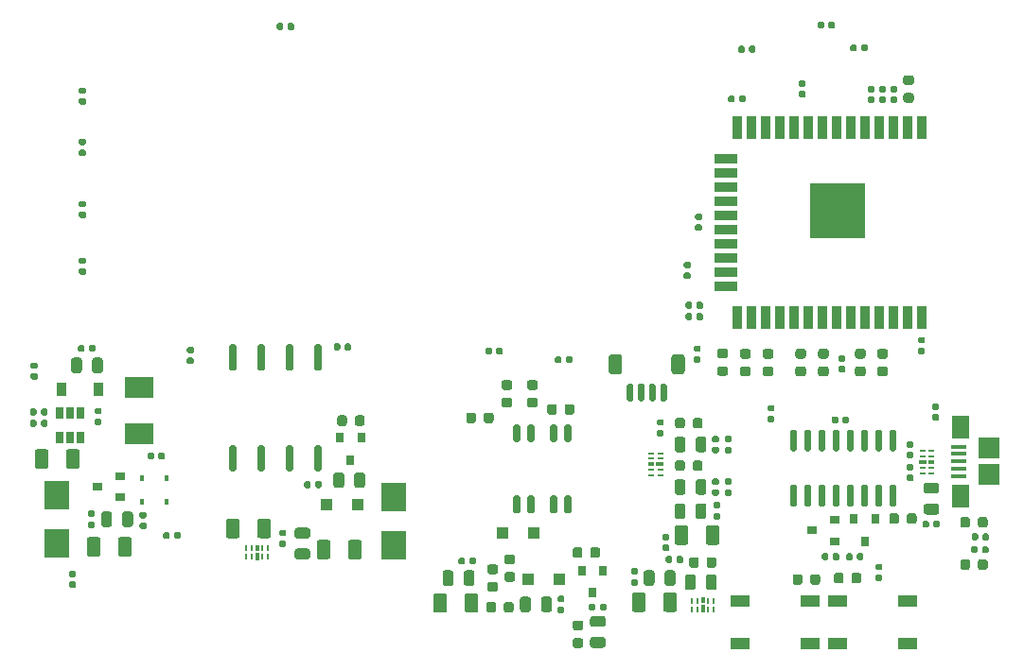
<source format=gbr>
%TF.GenerationSoftware,KiCad,Pcbnew,(5.1.6-0-10_14)*%
%TF.CreationDate,2020-11-01T12:10:01+02:00*%
%TF.ProjectId,SH-ESP32,53482d45-5350-4333-922e-6b696361645f,0.1.0*%
%TF.SameCoordinates,Original*%
%TF.FileFunction,Paste,Top*%
%TF.FilePolarity,Positive*%
%FSLAX46Y46*%
G04 Gerber Fmt 4.6, Leading zero omitted, Abs format (unit mm)*
G04 Created by KiCad (PCBNEW (5.1.6-0-10_14)) date 2020-11-01 12:10:01*
%MOMM*%
%LPD*%
G01*
G04 APERTURE LIST*
%ADD10R,0.450000X0.600000*%
%ADD11R,1.100000X1.100000*%
%ADD12R,2.300000X2.500000*%
%ADD13R,0.900000X1.200000*%
%ADD14R,1.600000X2.100000*%
%ADD15R,1.900000X1.900000*%
%ADD16R,1.350000X0.400000*%
%ADD17R,2.500000X1.900000*%
%ADD18R,0.900000X0.800000*%
%ADD19R,0.800000X0.900000*%
%ADD20R,5.000000X5.000000*%
%ADD21R,0.900000X2.000000*%
%ADD22R,2.000000X0.900000*%
%ADD23R,0.650000X1.060000*%
%ADD24R,0.625000X0.250000*%
%ADD25R,0.700000X0.450000*%
%ADD26R,0.575000X0.450000*%
%ADD27R,0.250000X0.625000*%
%ADD28R,0.450000X0.700000*%
%ADD29R,0.450000X0.575000*%
%ADD30R,1.700000X1.000000*%
G04 APERTURE END LIST*
D10*
%TO.C,D304*%
X102997000Y-99026000D03*
X102997000Y-101126000D03*
%TD*%
%TO.C,U902*%
G36*
G01*
X134516000Y-95796000D02*
X134216000Y-95796000D01*
G75*
G02*
X134066000Y-95646000I0J150000D01*
G01*
X134066000Y-94321000D01*
G75*
G02*
X134216000Y-94171000I150000J0D01*
G01*
X134516000Y-94171000D01*
G75*
G02*
X134666000Y-94321000I0J-150000D01*
G01*
X134666000Y-95646000D01*
G75*
G02*
X134516000Y-95796000I-150000J0D01*
G01*
G37*
G36*
G01*
X135786000Y-95796000D02*
X135486000Y-95796000D01*
G75*
G02*
X135336000Y-95646000I0J150000D01*
G01*
X135336000Y-94321000D01*
G75*
G02*
X135486000Y-94171000I150000J0D01*
G01*
X135786000Y-94171000D01*
G75*
G02*
X135936000Y-94321000I0J-150000D01*
G01*
X135936000Y-95646000D01*
G75*
G02*
X135786000Y-95796000I-150000J0D01*
G01*
G37*
G36*
G01*
X135786000Y-102171000D02*
X135486000Y-102171000D01*
G75*
G02*
X135336000Y-102021000I0J150000D01*
G01*
X135336000Y-100696000D01*
G75*
G02*
X135486000Y-100546000I150000J0D01*
G01*
X135786000Y-100546000D01*
G75*
G02*
X135936000Y-100696000I0J-150000D01*
G01*
X135936000Y-102021000D01*
G75*
G02*
X135786000Y-102171000I-150000J0D01*
G01*
G37*
G36*
G01*
X134516000Y-102171000D02*
X134216000Y-102171000D01*
G75*
G02*
X134066000Y-102021000I0J150000D01*
G01*
X134066000Y-100696000D01*
G75*
G02*
X134216000Y-100546000I150000J0D01*
G01*
X134516000Y-100546000D01*
G75*
G02*
X134666000Y-100696000I0J-150000D01*
G01*
X134666000Y-102021000D01*
G75*
G02*
X134516000Y-102171000I-150000J0D01*
G01*
G37*
%TD*%
%TO.C,U901*%
G36*
G01*
X138788000Y-100546000D02*
X139088000Y-100546000D01*
G75*
G02*
X139238000Y-100696000I0J-150000D01*
G01*
X139238000Y-102021000D01*
G75*
G02*
X139088000Y-102171000I-150000J0D01*
G01*
X138788000Y-102171000D01*
G75*
G02*
X138638000Y-102021000I0J150000D01*
G01*
X138638000Y-100696000D01*
G75*
G02*
X138788000Y-100546000I150000J0D01*
G01*
G37*
G36*
G01*
X137518000Y-100546000D02*
X137818000Y-100546000D01*
G75*
G02*
X137968000Y-100696000I0J-150000D01*
G01*
X137968000Y-102021000D01*
G75*
G02*
X137818000Y-102171000I-150000J0D01*
G01*
X137518000Y-102171000D01*
G75*
G02*
X137368000Y-102021000I0J150000D01*
G01*
X137368000Y-100696000D01*
G75*
G02*
X137518000Y-100546000I150000J0D01*
G01*
G37*
G36*
G01*
X137518000Y-94171000D02*
X137818000Y-94171000D01*
G75*
G02*
X137968000Y-94321000I0J-150000D01*
G01*
X137968000Y-95646000D01*
G75*
G02*
X137818000Y-95796000I-150000J0D01*
G01*
X137518000Y-95796000D01*
G75*
G02*
X137368000Y-95646000I0J150000D01*
G01*
X137368000Y-94321000D01*
G75*
G02*
X137518000Y-94171000I150000J0D01*
G01*
G37*
G36*
G01*
X138788000Y-94171000D02*
X139088000Y-94171000D01*
G75*
G02*
X139238000Y-94321000I0J-150000D01*
G01*
X139238000Y-95646000D01*
G75*
G02*
X139088000Y-95796000I-150000J0D01*
G01*
X138788000Y-95796000D01*
G75*
G02*
X138638000Y-95646000I0J150000D01*
G01*
X138638000Y-94321000D01*
G75*
G02*
X138788000Y-94171000I150000J0D01*
G01*
G37*
%TD*%
%TO.C,R904*%
G36*
G01*
X133987250Y-106711000D02*
X133474750Y-106711000D01*
G75*
G02*
X133256000Y-106492250I0J218750D01*
G01*
X133256000Y-106054750D01*
G75*
G02*
X133474750Y-105836000I218750J0D01*
G01*
X133987250Y-105836000D01*
G75*
G02*
X134206000Y-106054750I0J-218750D01*
G01*
X134206000Y-106492250D01*
G75*
G02*
X133987250Y-106711000I-218750J0D01*
G01*
G37*
G36*
G01*
X133987250Y-108286000D02*
X133474750Y-108286000D01*
G75*
G02*
X133256000Y-108067250I0J218750D01*
G01*
X133256000Y-107629750D01*
G75*
G02*
X133474750Y-107411000I218750J0D01*
G01*
X133987250Y-107411000D01*
G75*
G02*
X134206000Y-107629750I0J-218750D01*
G01*
X134206000Y-108067250D01*
G75*
G02*
X133987250Y-108286000I-218750J0D01*
G01*
G37*
%TD*%
%TO.C,R903*%
G36*
G01*
X140939000Y-105920250D02*
X140939000Y-105407750D01*
G75*
G02*
X141157750Y-105189000I218750J0D01*
G01*
X141595250Y-105189000D01*
G75*
G02*
X141814000Y-105407750I0J-218750D01*
G01*
X141814000Y-105920250D01*
G75*
G02*
X141595250Y-106139000I-218750J0D01*
G01*
X141157750Y-106139000D01*
G75*
G02*
X140939000Y-105920250I0J218750D01*
G01*
G37*
G36*
G01*
X139364000Y-105920250D02*
X139364000Y-105407750D01*
G75*
G02*
X139582750Y-105189000I218750J0D01*
G01*
X140020250Y-105189000D01*
G75*
G02*
X140239000Y-105407750I0J-218750D01*
G01*
X140239000Y-105920250D01*
G75*
G02*
X140020250Y-106139000I-218750J0D01*
G01*
X139582750Y-106139000D01*
G75*
G02*
X139364000Y-105920250I0J218750D01*
G01*
G37*
%TD*%
D11*
%TO.C,D902*%
X135893000Y-103886000D03*
X133093000Y-103886000D03*
%TD*%
%TO.C,D901*%
X138207000Y-108028000D03*
X135407000Y-108028000D03*
%TD*%
%TO.C,R902*%
G36*
G01*
X130714000Y-93342750D02*
X130714000Y-93855250D01*
G75*
G02*
X130495250Y-94074000I-218750J0D01*
G01*
X130057750Y-94074000D01*
G75*
G02*
X129839000Y-93855250I0J218750D01*
G01*
X129839000Y-93342750D01*
G75*
G02*
X130057750Y-93124000I218750J0D01*
G01*
X130495250Y-93124000D01*
G75*
G02*
X130714000Y-93342750I0J-218750D01*
G01*
G37*
G36*
G01*
X132289000Y-93342750D02*
X132289000Y-93855250D01*
G75*
G02*
X132070250Y-94074000I-218750J0D01*
G01*
X131632750Y-94074000D01*
G75*
G02*
X131414000Y-93855250I0J218750D01*
G01*
X131414000Y-93342750D01*
G75*
G02*
X131632750Y-93124000I218750J0D01*
G01*
X132070250Y-93124000D01*
G75*
G02*
X132289000Y-93342750I0J-218750D01*
G01*
G37*
%TD*%
%TO.C,C1028*%
G36*
G01*
X132144000Y-87457500D02*
X132144000Y-87802500D01*
G75*
G02*
X131996500Y-87950000I-147500J0D01*
G01*
X131701500Y-87950000D01*
G75*
G02*
X131554000Y-87802500I0J147500D01*
G01*
X131554000Y-87457500D01*
G75*
G02*
X131701500Y-87310000I147500J0D01*
G01*
X131996500Y-87310000D01*
G75*
G02*
X132144000Y-87457500I0J-147500D01*
G01*
G37*
G36*
G01*
X133114000Y-87457500D02*
X133114000Y-87802500D01*
G75*
G02*
X132966500Y-87950000I-147500J0D01*
G01*
X132671500Y-87950000D01*
G75*
G02*
X132524000Y-87802500I0J147500D01*
G01*
X132524000Y-87457500D01*
G75*
G02*
X132671500Y-87310000I147500J0D01*
G01*
X132966500Y-87310000D01*
G75*
G02*
X133114000Y-87457500I0J-147500D01*
G01*
G37*
%TD*%
%TO.C,C1027*%
G36*
G01*
X159720500Y-64325000D02*
X160065500Y-64325000D01*
G75*
G02*
X160213000Y-64472500I0J-147500D01*
G01*
X160213000Y-64767500D01*
G75*
G02*
X160065500Y-64915000I-147500J0D01*
G01*
X159720500Y-64915000D01*
G75*
G02*
X159573000Y-64767500I0J147500D01*
G01*
X159573000Y-64472500D01*
G75*
G02*
X159720500Y-64325000I147500J0D01*
G01*
G37*
G36*
G01*
X159720500Y-63355000D02*
X160065500Y-63355000D01*
G75*
G02*
X160213000Y-63502500I0J-147500D01*
G01*
X160213000Y-63797500D01*
G75*
G02*
X160065500Y-63945000I-147500J0D01*
G01*
X159720500Y-63945000D01*
G75*
G02*
X159573000Y-63797500I0J147500D01*
G01*
X159573000Y-63502500D01*
G75*
G02*
X159720500Y-63355000I147500J0D01*
G01*
G37*
%TD*%
%TO.C,C1026*%
G36*
G01*
X103695000Y-104312500D02*
X103695000Y-103967500D01*
G75*
G02*
X103842500Y-103820000I147500J0D01*
G01*
X104137500Y-103820000D01*
G75*
G02*
X104285000Y-103967500I0J-147500D01*
G01*
X104285000Y-104312500D01*
G75*
G02*
X104137500Y-104460000I-147500J0D01*
G01*
X103842500Y-104460000D01*
G75*
G02*
X103695000Y-104312500I0J147500D01*
G01*
G37*
G36*
G01*
X102725000Y-104312500D02*
X102725000Y-103967500D01*
G75*
G02*
X102872500Y-103820000I147500J0D01*
G01*
X103167500Y-103820000D01*
G75*
G02*
X103315000Y-103967500I0J-147500D01*
G01*
X103315000Y-104312500D01*
G75*
G02*
X103167500Y-104460000I-147500J0D01*
G01*
X102872500Y-104460000D01*
G75*
G02*
X102725000Y-104312500I0J147500D01*
G01*
G37*
%TD*%
%TO.C,C1025*%
G36*
G01*
X113855000Y-58719500D02*
X113855000Y-58374500D01*
G75*
G02*
X114002500Y-58227000I147500J0D01*
G01*
X114297500Y-58227000D01*
G75*
G02*
X114445000Y-58374500I0J-147500D01*
G01*
X114445000Y-58719500D01*
G75*
G02*
X114297500Y-58867000I-147500J0D01*
G01*
X114002500Y-58867000D01*
G75*
G02*
X113855000Y-58719500I0J147500D01*
G01*
G37*
G36*
G01*
X112885000Y-58719500D02*
X112885000Y-58374500D01*
G75*
G02*
X113032500Y-58227000I147500J0D01*
G01*
X113327500Y-58227000D01*
G75*
G02*
X113475000Y-58374500I0J-147500D01*
G01*
X113475000Y-58719500D01*
G75*
G02*
X113327500Y-58867000I-147500J0D01*
G01*
X113032500Y-58867000D01*
G75*
G02*
X112885000Y-58719500I0J147500D01*
G01*
G37*
%TD*%
%TO.C,C1024*%
G36*
G01*
X172003500Y-92901000D02*
X171658500Y-92901000D01*
G75*
G02*
X171511000Y-92753500I0J147500D01*
G01*
X171511000Y-92458500D01*
G75*
G02*
X171658500Y-92311000I147500J0D01*
G01*
X172003500Y-92311000D01*
G75*
G02*
X172151000Y-92458500I0J-147500D01*
G01*
X172151000Y-92753500D01*
G75*
G02*
X172003500Y-92901000I-147500J0D01*
G01*
G37*
G36*
G01*
X172003500Y-93871000D02*
X171658500Y-93871000D01*
G75*
G02*
X171511000Y-93723500I0J147500D01*
G01*
X171511000Y-93428500D01*
G75*
G02*
X171658500Y-93281000I147500J0D01*
G01*
X172003500Y-93281000D01*
G75*
G02*
X172151000Y-93428500I0J-147500D01*
G01*
X172151000Y-93723500D01*
G75*
G02*
X172003500Y-93871000I-147500J0D01*
G01*
G37*
%TD*%
%TO.C,C1023*%
G36*
G01*
X105328500Y-87821000D02*
X104983500Y-87821000D01*
G75*
G02*
X104836000Y-87673500I0J147500D01*
G01*
X104836000Y-87378500D01*
G75*
G02*
X104983500Y-87231000I147500J0D01*
G01*
X105328500Y-87231000D01*
G75*
G02*
X105476000Y-87378500I0J-147500D01*
G01*
X105476000Y-87673500D01*
G75*
G02*
X105328500Y-87821000I-147500J0D01*
G01*
G37*
G36*
G01*
X105328500Y-88791000D02*
X104983500Y-88791000D01*
G75*
G02*
X104836000Y-88643500I0J147500D01*
G01*
X104836000Y-88348500D01*
G75*
G02*
X104983500Y-88201000I147500J0D01*
G01*
X105328500Y-88201000D01*
G75*
G02*
X105476000Y-88348500I0J-147500D01*
G01*
X105476000Y-88643500D01*
G75*
G02*
X105328500Y-88791000I-147500J0D01*
G01*
G37*
%TD*%
%TO.C,C1022*%
G36*
G01*
X94442500Y-108267000D02*
X94787500Y-108267000D01*
G75*
G02*
X94935000Y-108414500I0J-147500D01*
G01*
X94935000Y-108709500D01*
G75*
G02*
X94787500Y-108857000I-147500J0D01*
G01*
X94442500Y-108857000D01*
G75*
G02*
X94295000Y-108709500I0J147500D01*
G01*
X94295000Y-108414500D01*
G75*
G02*
X94442500Y-108267000I147500J0D01*
G01*
G37*
G36*
G01*
X94442500Y-107297000D02*
X94787500Y-107297000D01*
G75*
G02*
X94935000Y-107444500I0J-147500D01*
G01*
X94935000Y-107739500D01*
G75*
G02*
X94787500Y-107887000I-147500J0D01*
G01*
X94442500Y-107887000D01*
G75*
G02*
X94295000Y-107739500I0J147500D01*
G01*
X94295000Y-107444500D01*
G75*
G02*
X94442500Y-107297000I147500J0D01*
G01*
G37*
%TD*%
%TO.C,C1021*%
G36*
G01*
X91358500Y-89218000D02*
X91013500Y-89218000D01*
G75*
G02*
X90866000Y-89070500I0J147500D01*
G01*
X90866000Y-88775500D01*
G75*
G02*
X91013500Y-88628000I147500J0D01*
G01*
X91358500Y-88628000D01*
G75*
G02*
X91506000Y-88775500I0J-147500D01*
G01*
X91506000Y-89070500D01*
G75*
G02*
X91358500Y-89218000I-147500J0D01*
G01*
G37*
G36*
G01*
X91358500Y-90188000D02*
X91013500Y-90188000D01*
G75*
G02*
X90866000Y-90040500I0J147500D01*
G01*
X90866000Y-89745500D01*
G75*
G02*
X91013500Y-89598000I147500J0D01*
G01*
X91358500Y-89598000D01*
G75*
G02*
X91506000Y-89745500I0J-147500D01*
G01*
X91506000Y-90040500D01*
G75*
G02*
X91358500Y-90188000I-147500J0D01*
G01*
G37*
%TD*%
%TO.C,C1020*%
G36*
G01*
X95676500Y-79820000D02*
X95331500Y-79820000D01*
G75*
G02*
X95184000Y-79672500I0J147500D01*
G01*
X95184000Y-79377500D01*
G75*
G02*
X95331500Y-79230000I147500J0D01*
G01*
X95676500Y-79230000D01*
G75*
G02*
X95824000Y-79377500I0J-147500D01*
G01*
X95824000Y-79672500D01*
G75*
G02*
X95676500Y-79820000I-147500J0D01*
G01*
G37*
G36*
G01*
X95676500Y-80790000D02*
X95331500Y-80790000D01*
G75*
G02*
X95184000Y-80642500I0J147500D01*
G01*
X95184000Y-80347500D01*
G75*
G02*
X95331500Y-80200000I147500J0D01*
G01*
X95676500Y-80200000D01*
G75*
G02*
X95824000Y-80347500I0J-147500D01*
G01*
X95824000Y-80642500D01*
G75*
G02*
X95676500Y-80790000I-147500J0D01*
G01*
G37*
%TD*%
%TO.C,C1019*%
G36*
G01*
X95676500Y-74740000D02*
X95331500Y-74740000D01*
G75*
G02*
X95184000Y-74592500I0J147500D01*
G01*
X95184000Y-74297500D01*
G75*
G02*
X95331500Y-74150000I147500J0D01*
G01*
X95676500Y-74150000D01*
G75*
G02*
X95824000Y-74297500I0J-147500D01*
G01*
X95824000Y-74592500D01*
G75*
G02*
X95676500Y-74740000I-147500J0D01*
G01*
G37*
G36*
G01*
X95676500Y-75710000D02*
X95331500Y-75710000D01*
G75*
G02*
X95184000Y-75562500I0J147500D01*
G01*
X95184000Y-75267500D01*
G75*
G02*
X95331500Y-75120000I147500J0D01*
G01*
X95676500Y-75120000D01*
G75*
G02*
X95824000Y-75267500I0J-147500D01*
G01*
X95824000Y-75562500D01*
G75*
G02*
X95676500Y-75710000I-147500J0D01*
G01*
G37*
%TD*%
%TO.C,C1018*%
G36*
G01*
X95676500Y-69175000D02*
X95331500Y-69175000D01*
G75*
G02*
X95184000Y-69027500I0J147500D01*
G01*
X95184000Y-68732500D01*
G75*
G02*
X95331500Y-68585000I147500J0D01*
G01*
X95676500Y-68585000D01*
G75*
G02*
X95824000Y-68732500I0J-147500D01*
G01*
X95824000Y-69027500D01*
G75*
G02*
X95676500Y-69175000I-147500J0D01*
G01*
G37*
G36*
G01*
X95676500Y-70145000D02*
X95331500Y-70145000D01*
G75*
G02*
X95184000Y-69997500I0J147500D01*
G01*
X95184000Y-69702500D01*
G75*
G02*
X95331500Y-69555000I147500J0D01*
G01*
X95676500Y-69555000D01*
G75*
G02*
X95824000Y-69702500I0J-147500D01*
G01*
X95824000Y-69997500D01*
G75*
G02*
X95676500Y-70145000I-147500J0D01*
G01*
G37*
%TD*%
%TO.C,C1017*%
G36*
G01*
X95676500Y-64580000D02*
X95331500Y-64580000D01*
G75*
G02*
X95184000Y-64432500I0J147500D01*
G01*
X95184000Y-64137500D01*
G75*
G02*
X95331500Y-63990000I147500J0D01*
G01*
X95676500Y-63990000D01*
G75*
G02*
X95824000Y-64137500I0J-147500D01*
G01*
X95824000Y-64432500D01*
G75*
G02*
X95676500Y-64580000I-147500J0D01*
G01*
G37*
G36*
G01*
X95676500Y-65550000D02*
X95331500Y-65550000D01*
G75*
G02*
X95184000Y-65402500I0J147500D01*
G01*
X95184000Y-65107500D01*
G75*
G02*
X95331500Y-64960000I147500J0D01*
G01*
X95676500Y-64960000D01*
G75*
G02*
X95824000Y-65107500I0J-147500D01*
G01*
X95824000Y-65402500D01*
G75*
G02*
X95676500Y-65550000I-147500J0D01*
G01*
G37*
%TD*%
%TO.C,C1016*%
G36*
G01*
X147528500Y-104965000D02*
X147873500Y-104965000D01*
G75*
G02*
X148021000Y-105112500I0J-147500D01*
G01*
X148021000Y-105407500D01*
G75*
G02*
X147873500Y-105555000I-147500J0D01*
G01*
X147528500Y-105555000D01*
G75*
G02*
X147381000Y-105407500I0J147500D01*
G01*
X147381000Y-105112500D01*
G75*
G02*
X147528500Y-104965000I147500J0D01*
G01*
G37*
G36*
G01*
X147528500Y-103995000D02*
X147873500Y-103995000D01*
G75*
G02*
X148021000Y-104142500I0J-147500D01*
G01*
X148021000Y-104437500D01*
G75*
G02*
X147873500Y-104585000I-147500J0D01*
G01*
X147528500Y-104585000D01*
G75*
G02*
X147381000Y-104437500I0J147500D01*
G01*
X147381000Y-104142500D01*
G75*
G02*
X147528500Y-103995000I147500J0D01*
G01*
G37*
%TD*%
%TO.C,C1015*%
G36*
G01*
X165163000Y-60624500D02*
X165163000Y-60279500D01*
G75*
G02*
X165310500Y-60132000I147500J0D01*
G01*
X165605500Y-60132000D01*
G75*
G02*
X165753000Y-60279500I0J-147500D01*
G01*
X165753000Y-60624500D01*
G75*
G02*
X165605500Y-60772000I-147500J0D01*
G01*
X165310500Y-60772000D01*
G75*
G02*
X165163000Y-60624500I0J147500D01*
G01*
G37*
G36*
G01*
X164193000Y-60624500D02*
X164193000Y-60279500D01*
G75*
G02*
X164340500Y-60132000I147500J0D01*
G01*
X164635500Y-60132000D01*
G75*
G02*
X164783000Y-60279500I0J-147500D01*
G01*
X164783000Y-60624500D01*
G75*
G02*
X164635500Y-60772000I-147500J0D01*
G01*
X164340500Y-60772000D01*
G75*
G02*
X164193000Y-60624500I0J147500D01*
G01*
G37*
%TD*%
%TO.C,C1014*%
G36*
G01*
X162242000Y-58592500D02*
X162242000Y-58247500D01*
G75*
G02*
X162389500Y-58100000I147500J0D01*
G01*
X162684500Y-58100000D01*
G75*
G02*
X162832000Y-58247500I0J-147500D01*
G01*
X162832000Y-58592500D01*
G75*
G02*
X162684500Y-58740000I-147500J0D01*
G01*
X162389500Y-58740000D01*
G75*
G02*
X162242000Y-58592500I0J147500D01*
G01*
G37*
G36*
G01*
X161272000Y-58592500D02*
X161272000Y-58247500D01*
G75*
G02*
X161419500Y-58100000I147500J0D01*
G01*
X161714500Y-58100000D01*
G75*
G02*
X161862000Y-58247500I0J-147500D01*
G01*
X161862000Y-58592500D01*
G75*
G02*
X161714500Y-58740000I-147500J0D01*
G01*
X161419500Y-58740000D01*
G75*
G02*
X161272000Y-58592500I0J147500D01*
G01*
G37*
%TD*%
%TO.C,C1013*%
G36*
G01*
X155130000Y-60751500D02*
X155130000Y-60406500D01*
G75*
G02*
X155277500Y-60259000I147500J0D01*
G01*
X155572500Y-60259000D01*
G75*
G02*
X155720000Y-60406500I0J-147500D01*
G01*
X155720000Y-60751500D01*
G75*
G02*
X155572500Y-60899000I-147500J0D01*
G01*
X155277500Y-60899000D01*
G75*
G02*
X155130000Y-60751500I0J147500D01*
G01*
G37*
G36*
G01*
X154160000Y-60751500D02*
X154160000Y-60406500D01*
G75*
G02*
X154307500Y-60259000I147500J0D01*
G01*
X154602500Y-60259000D01*
G75*
G02*
X154750000Y-60406500I0J-147500D01*
G01*
X154750000Y-60751500D01*
G75*
G02*
X154602500Y-60899000I-147500J0D01*
G01*
X154307500Y-60899000D01*
G75*
G02*
X154160000Y-60751500I0J147500D01*
G01*
G37*
%TD*%
%TO.C,C1012*%
G36*
G01*
X154241000Y-65196500D02*
X154241000Y-64851500D01*
G75*
G02*
X154388500Y-64704000I147500J0D01*
G01*
X154683500Y-64704000D01*
G75*
G02*
X154831000Y-64851500I0J-147500D01*
G01*
X154831000Y-65196500D01*
G75*
G02*
X154683500Y-65344000I-147500J0D01*
G01*
X154388500Y-65344000D01*
G75*
G02*
X154241000Y-65196500I0J147500D01*
G01*
G37*
G36*
G01*
X153271000Y-65196500D02*
X153271000Y-64851500D01*
G75*
G02*
X153418500Y-64704000I147500J0D01*
G01*
X153713500Y-64704000D01*
G75*
G02*
X153861000Y-64851500I0J-147500D01*
G01*
X153861000Y-65196500D01*
G75*
G02*
X153713500Y-65344000I-147500J0D01*
G01*
X153418500Y-65344000D01*
G75*
G02*
X153271000Y-65196500I0J147500D01*
G01*
G37*
%TD*%
%TO.C,C1011*%
G36*
G01*
X150449500Y-76263000D02*
X150794500Y-76263000D01*
G75*
G02*
X150942000Y-76410500I0J-147500D01*
G01*
X150942000Y-76705500D01*
G75*
G02*
X150794500Y-76853000I-147500J0D01*
G01*
X150449500Y-76853000D01*
G75*
G02*
X150302000Y-76705500I0J147500D01*
G01*
X150302000Y-76410500D01*
G75*
G02*
X150449500Y-76263000I147500J0D01*
G01*
G37*
G36*
G01*
X150449500Y-75293000D02*
X150794500Y-75293000D01*
G75*
G02*
X150942000Y-75440500I0J-147500D01*
G01*
X150942000Y-75735500D01*
G75*
G02*
X150794500Y-75883000I-147500J0D01*
G01*
X150449500Y-75883000D01*
G75*
G02*
X150302000Y-75735500I0J147500D01*
G01*
X150302000Y-75440500D01*
G75*
G02*
X150449500Y-75293000I147500J0D01*
G01*
G37*
%TD*%
%TO.C,C1010*%
G36*
G01*
X149433500Y-80581000D02*
X149778500Y-80581000D01*
G75*
G02*
X149926000Y-80728500I0J-147500D01*
G01*
X149926000Y-81023500D01*
G75*
G02*
X149778500Y-81171000I-147500J0D01*
G01*
X149433500Y-81171000D01*
G75*
G02*
X149286000Y-81023500I0J147500D01*
G01*
X149286000Y-80728500D01*
G75*
G02*
X149433500Y-80581000I147500J0D01*
G01*
G37*
G36*
G01*
X149433500Y-79611000D02*
X149778500Y-79611000D01*
G75*
G02*
X149926000Y-79758500I0J-147500D01*
G01*
X149926000Y-80053500D01*
G75*
G02*
X149778500Y-80201000I-147500J0D01*
G01*
X149433500Y-80201000D01*
G75*
G02*
X149286000Y-80053500I0J147500D01*
G01*
X149286000Y-79758500D01*
G75*
G02*
X149433500Y-79611000I147500J0D01*
G01*
G37*
%TD*%
%TO.C,C1009*%
G36*
G01*
X163276500Y-88963000D02*
X163621500Y-88963000D01*
G75*
G02*
X163769000Y-89110500I0J-147500D01*
G01*
X163769000Y-89405500D01*
G75*
G02*
X163621500Y-89553000I-147500J0D01*
G01*
X163276500Y-89553000D01*
G75*
G02*
X163129000Y-89405500I0J147500D01*
G01*
X163129000Y-89110500D01*
G75*
G02*
X163276500Y-88963000I147500J0D01*
G01*
G37*
G36*
G01*
X163276500Y-87993000D02*
X163621500Y-87993000D01*
G75*
G02*
X163769000Y-88140500I0J-147500D01*
G01*
X163769000Y-88435500D01*
G75*
G02*
X163621500Y-88583000I-147500J0D01*
G01*
X163276500Y-88583000D01*
G75*
G02*
X163129000Y-88435500I0J147500D01*
G01*
X163129000Y-88140500D01*
G75*
G02*
X163276500Y-87993000I147500J0D01*
G01*
G37*
%TD*%
%TO.C,C1008*%
G36*
G01*
X170388500Y-87312000D02*
X170733500Y-87312000D01*
G75*
G02*
X170881000Y-87459500I0J-147500D01*
G01*
X170881000Y-87754500D01*
G75*
G02*
X170733500Y-87902000I-147500J0D01*
G01*
X170388500Y-87902000D01*
G75*
G02*
X170241000Y-87754500I0J147500D01*
G01*
X170241000Y-87459500D01*
G75*
G02*
X170388500Y-87312000I147500J0D01*
G01*
G37*
G36*
G01*
X170388500Y-86342000D02*
X170733500Y-86342000D01*
G75*
G02*
X170881000Y-86489500I0J-147500D01*
G01*
X170881000Y-86784500D01*
G75*
G02*
X170733500Y-86932000I-147500J0D01*
G01*
X170388500Y-86932000D01*
G75*
G02*
X170241000Y-86784500I0J147500D01*
G01*
X170241000Y-86489500D01*
G75*
G02*
X170388500Y-86342000I147500J0D01*
G01*
G37*
%TD*%
%TO.C,C1007*%
G36*
G01*
X150667500Y-88664000D02*
X150322500Y-88664000D01*
G75*
G02*
X150175000Y-88516500I0J147500D01*
G01*
X150175000Y-88221500D01*
G75*
G02*
X150322500Y-88074000I147500J0D01*
G01*
X150667500Y-88074000D01*
G75*
G02*
X150815000Y-88221500I0J-147500D01*
G01*
X150815000Y-88516500D01*
G75*
G02*
X150667500Y-88664000I-147500J0D01*
G01*
G37*
G36*
G01*
X150667500Y-87694000D02*
X150322500Y-87694000D01*
G75*
G02*
X150175000Y-87546500I0J147500D01*
G01*
X150175000Y-87251500D01*
G75*
G02*
X150322500Y-87104000I147500J0D01*
G01*
X150667500Y-87104000D01*
G75*
G02*
X150815000Y-87251500I0J-147500D01*
G01*
X150815000Y-87546500D01*
G75*
G02*
X150667500Y-87694000I-147500J0D01*
G01*
G37*
%TD*%
%TO.C,C1006*%
G36*
G01*
X171617000Y-103296500D02*
X171617000Y-102951500D01*
G75*
G02*
X171764500Y-102804000I147500J0D01*
G01*
X172059500Y-102804000D01*
G75*
G02*
X172207000Y-102951500I0J-147500D01*
G01*
X172207000Y-103296500D01*
G75*
G02*
X172059500Y-103444000I-147500J0D01*
G01*
X171764500Y-103444000D01*
G75*
G02*
X171617000Y-103296500I0J147500D01*
G01*
G37*
G36*
G01*
X170647000Y-103296500D02*
X170647000Y-102951500D01*
G75*
G02*
X170794500Y-102804000I147500J0D01*
G01*
X171089500Y-102804000D01*
G75*
G02*
X171237000Y-102951500I0J-147500D01*
G01*
X171237000Y-103296500D01*
G75*
G02*
X171089500Y-103444000I-147500J0D01*
G01*
X170794500Y-103444000D01*
G75*
G02*
X170647000Y-103296500I0J147500D01*
G01*
G37*
%TD*%
%TO.C,C1005*%
G36*
G01*
X166923500Y-107252000D02*
X166578500Y-107252000D01*
G75*
G02*
X166431000Y-107104500I0J147500D01*
G01*
X166431000Y-106809500D01*
G75*
G02*
X166578500Y-106662000I147500J0D01*
G01*
X166923500Y-106662000D01*
G75*
G02*
X167071000Y-106809500I0J-147500D01*
G01*
X167071000Y-107104500D01*
G75*
G02*
X166923500Y-107252000I-147500J0D01*
G01*
G37*
G36*
G01*
X166923500Y-108222000D02*
X166578500Y-108222000D01*
G75*
G02*
X166431000Y-108074500I0J147500D01*
G01*
X166431000Y-107779500D01*
G75*
G02*
X166578500Y-107632000I147500J0D01*
G01*
X166923500Y-107632000D01*
G75*
G02*
X167071000Y-107779500I0J-147500D01*
G01*
X167071000Y-108074500D01*
G75*
G02*
X166923500Y-108222000I-147500J0D01*
G01*
G37*
%TD*%
%TO.C,C1004*%
G36*
G01*
X138747000Y-88564500D02*
X138747000Y-88219500D01*
G75*
G02*
X138894500Y-88072000I147500J0D01*
G01*
X139189500Y-88072000D01*
G75*
G02*
X139337000Y-88219500I0J-147500D01*
G01*
X139337000Y-88564500D01*
G75*
G02*
X139189500Y-88712000I-147500J0D01*
G01*
X138894500Y-88712000D01*
G75*
G02*
X138747000Y-88564500I0J147500D01*
G01*
G37*
G36*
G01*
X137777000Y-88564500D02*
X137777000Y-88219500D01*
G75*
G02*
X137924500Y-88072000I147500J0D01*
G01*
X138219500Y-88072000D01*
G75*
G02*
X138367000Y-88219500I0J-147500D01*
G01*
X138367000Y-88564500D01*
G75*
G02*
X138219500Y-88712000I-147500J0D01*
G01*
X137924500Y-88712000D01*
G75*
G02*
X137777000Y-88564500I0J147500D01*
G01*
G37*
%TD*%
%TO.C,C1003*%
G36*
G01*
X147020500Y-94678000D02*
X147365500Y-94678000D01*
G75*
G02*
X147513000Y-94825500I0J-147500D01*
G01*
X147513000Y-95120500D01*
G75*
G02*
X147365500Y-95268000I-147500J0D01*
G01*
X147020500Y-95268000D01*
G75*
G02*
X146873000Y-95120500I0J147500D01*
G01*
X146873000Y-94825500D01*
G75*
G02*
X147020500Y-94678000I147500J0D01*
G01*
G37*
G36*
G01*
X147020500Y-93708000D02*
X147365500Y-93708000D01*
G75*
G02*
X147513000Y-93855500I0J-147500D01*
G01*
X147513000Y-94150500D01*
G75*
G02*
X147365500Y-94298000I-147500J0D01*
G01*
X147020500Y-94298000D01*
G75*
G02*
X146873000Y-94150500I0J147500D01*
G01*
X146873000Y-93855500D01*
G75*
G02*
X147020500Y-93708000I147500J0D01*
G01*
G37*
%TD*%
%TO.C,C1002*%
G36*
G01*
X157271500Y-93028000D02*
X156926500Y-93028000D01*
G75*
G02*
X156779000Y-92880500I0J147500D01*
G01*
X156779000Y-92585500D01*
G75*
G02*
X156926500Y-92438000I147500J0D01*
G01*
X157271500Y-92438000D01*
G75*
G02*
X157419000Y-92585500I0J-147500D01*
G01*
X157419000Y-92880500D01*
G75*
G02*
X157271500Y-93028000I-147500J0D01*
G01*
G37*
G36*
G01*
X157271500Y-93998000D02*
X156926500Y-93998000D01*
G75*
G02*
X156779000Y-93850500I0J147500D01*
G01*
X156779000Y-93555500D01*
G75*
G02*
X156926500Y-93408000I147500J0D01*
G01*
X157271500Y-93408000D01*
G75*
G02*
X157419000Y-93555500I0J-147500D01*
G01*
X157419000Y-93850500D01*
G75*
G02*
X157271500Y-93998000I-147500J0D01*
G01*
G37*
%TD*%
%TO.C,C1001*%
G36*
G01*
X102298000Y-97200500D02*
X102298000Y-96855500D01*
G75*
G02*
X102445500Y-96708000I147500J0D01*
G01*
X102740500Y-96708000D01*
G75*
G02*
X102888000Y-96855500I0J-147500D01*
G01*
X102888000Y-97200500D01*
G75*
G02*
X102740500Y-97348000I-147500J0D01*
G01*
X102445500Y-97348000D01*
G75*
G02*
X102298000Y-97200500I0J147500D01*
G01*
G37*
G36*
G01*
X101328000Y-97200500D02*
X101328000Y-96855500D01*
G75*
G02*
X101475500Y-96708000I147500J0D01*
G01*
X101770500Y-96708000D01*
G75*
G02*
X101918000Y-96855500I0J-147500D01*
G01*
X101918000Y-97200500D01*
G75*
G02*
X101770500Y-97348000I-147500J0D01*
G01*
X101475500Y-97348000D01*
G75*
G02*
X101328000Y-97200500I0J147500D01*
G01*
G37*
%TD*%
%TO.C,C601*%
G36*
G01*
X113238500Y-104584000D02*
X113583500Y-104584000D01*
G75*
G02*
X113731000Y-104731500I0J-147500D01*
G01*
X113731000Y-105026500D01*
G75*
G02*
X113583500Y-105174000I-147500J0D01*
G01*
X113238500Y-105174000D01*
G75*
G02*
X113091000Y-105026500I0J147500D01*
G01*
X113091000Y-104731500D01*
G75*
G02*
X113238500Y-104584000I147500J0D01*
G01*
G37*
G36*
G01*
X113238500Y-103614000D02*
X113583500Y-103614000D01*
G75*
G02*
X113731000Y-103761500I0J-147500D01*
G01*
X113731000Y-104056500D01*
G75*
G02*
X113583500Y-104204000I-147500J0D01*
G01*
X113238500Y-104204000D01*
G75*
G02*
X113091000Y-104056500I0J147500D01*
G01*
X113091000Y-103761500D01*
G75*
G02*
X113238500Y-103614000I147500J0D01*
G01*
G37*
%TD*%
%TO.C,C303*%
G36*
G01*
X97073500Y-93282000D02*
X96728500Y-93282000D01*
G75*
G02*
X96581000Y-93134500I0J147500D01*
G01*
X96581000Y-92839500D01*
G75*
G02*
X96728500Y-92692000I147500J0D01*
G01*
X97073500Y-92692000D01*
G75*
G02*
X97221000Y-92839500I0J-147500D01*
G01*
X97221000Y-93134500D01*
G75*
G02*
X97073500Y-93282000I-147500J0D01*
G01*
G37*
G36*
G01*
X97073500Y-94252000D02*
X96728500Y-94252000D01*
G75*
G02*
X96581000Y-94104500I0J147500D01*
G01*
X96581000Y-93809500D01*
G75*
G02*
X96728500Y-93662000I147500J0D01*
G01*
X97073500Y-93662000D01*
G75*
G02*
X97221000Y-93809500I0J-147500D01*
G01*
X97221000Y-94104500D01*
G75*
G02*
X97073500Y-94252000I-147500J0D01*
G01*
G37*
%TD*%
%TO.C,C201*%
G36*
G01*
X150058000Y-83345500D02*
X150058000Y-83690500D01*
G75*
G02*
X149910500Y-83838000I-147500J0D01*
G01*
X149615500Y-83838000D01*
G75*
G02*
X149468000Y-83690500I0J147500D01*
G01*
X149468000Y-83345500D01*
G75*
G02*
X149615500Y-83198000I147500J0D01*
G01*
X149910500Y-83198000D01*
G75*
G02*
X150058000Y-83345500I0J-147500D01*
G01*
G37*
G36*
G01*
X151028000Y-83345500D02*
X151028000Y-83690500D01*
G75*
G02*
X150880500Y-83838000I-147500J0D01*
G01*
X150585500Y-83838000D01*
G75*
G02*
X150438000Y-83690500I0J147500D01*
G01*
X150438000Y-83345500D01*
G75*
G02*
X150585500Y-83198000I147500J0D01*
G01*
X150880500Y-83198000D01*
G75*
G02*
X151028000Y-83345500I0J-147500D01*
G01*
G37*
%TD*%
%TO.C,C202*%
G36*
G01*
X169161750Y-62910000D02*
X169674250Y-62910000D01*
G75*
G02*
X169893000Y-63128750I0J-218750D01*
G01*
X169893000Y-63566250D01*
G75*
G02*
X169674250Y-63785000I-218750J0D01*
G01*
X169161750Y-63785000D01*
G75*
G02*
X168943000Y-63566250I0J218750D01*
G01*
X168943000Y-63128750D01*
G75*
G02*
X169161750Y-62910000I218750J0D01*
G01*
G37*
G36*
G01*
X169161750Y-64485000D02*
X169674250Y-64485000D01*
G75*
G02*
X169893000Y-64703750I0J-218750D01*
G01*
X169893000Y-65141250D01*
G75*
G02*
X169674250Y-65360000I-218750J0D01*
G01*
X169161750Y-65360000D01*
G75*
G02*
X168943000Y-65141250I0J218750D01*
G01*
X168943000Y-64703750D01*
G75*
G02*
X169161750Y-64485000I218750J0D01*
G01*
G37*
%TD*%
%TO.C,C203*%
G36*
G01*
X168272500Y-65416000D02*
X167927500Y-65416000D01*
G75*
G02*
X167780000Y-65268500I0J147500D01*
G01*
X167780000Y-64973500D01*
G75*
G02*
X167927500Y-64826000I147500J0D01*
G01*
X168272500Y-64826000D01*
G75*
G02*
X168420000Y-64973500I0J-147500D01*
G01*
X168420000Y-65268500D01*
G75*
G02*
X168272500Y-65416000I-147500J0D01*
G01*
G37*
G36*
G01*
X168272500Y-64446000D02*
X167927500Y-64446000D01*
G75*
G02*
X167780000Y-64298500I0J147500D01*
G01*
X167780000Y-64003500D01*
G75*
G02*
X167927500Y-63856000I147500J0D01*
G01*
X168272500Y-63856000D01*
G75*
G02*
X168420000Y-64003500I0J-147500D01*
G01*
X168420000Y-64298500D01*
G75*
G02*
X168272500Y-64446000I-147500J0D01*
G01*
G37*
%TD*%
%TO.C,C301*%
G36*
G01*
X92479000Y-96650500D02*
X92479000Y-97900500D01*
G75*
G02*
X92229000Y-98150500I-250000J0D01*
G01*
X91479000Y-98150500D01*
G75*
G02*
X91229000Y-97900500I0J250000D01*
G01*
X91229000Y-96650500D01*
G75*
G02*
X91479000Y-96400500I250000J0D01*
G01*
X92229000Y-96400500D01*
G75*
G02*
X92479000Y-96650500I0J-250000D01*
G01*
G37*
G36*
G01*
X95279000Y-96650500D02*
X95279000Y-97900500D01*
G75*
G02*
X95029000Y-98150500I-250000J0D01*
G01*
X94279000Y-98150500D01*
G75*
G02*
X94029000Y-97900500I0J250000D01*
G01*
X94029000Y-96650500D01*
G75*
G02*
X94279000Y-96400500I250000J0D01*
G01*
X95029000Y-96400500D01*
G75*
G02*
X95279000Y-96650500I0J-250000D01*
G01*
G37*
%TD*%
%TO.C,C302*%
G36*
G01*
X96129500Y-102863000D02*
X96474500Y-102863000D01*
G75*
G02*
X96622000Y-103010500I0J-147500D01*
G01*
X96622000Y-103305500D01*
G75*
G02*
X96474500Y-103453000I-147500J0D01*
G01*
X96129500Y-103453000D01*
G75*
G02*
X95982000Y-103305500I0J147500D01*
G01*
X95982000Y-103010500D01*
G75*
G02*
X96129500Y-102863000I147500J0D01*
G01*
G37*
G36*
G01*
X96129500Y-101893000D02*
X96474500Y-101893000D01*
G75*
G02*
X96622000Y-102040500I0J-147500D01*
G01*
X96622000Y-102335500D01*
G75*
G02*
X96474500Y-102483000I-147500J0D01*
G01*
X96129500Y-102483000D01*
G75*
G02*
X95982000Y-102335500I0J147500D01*
G01*
X95982000Y-102040500D01*
G75*
G02*
X96129500Y-101893000I147500J0D01*
G01*
G37*
%TD*%
%TO.C,C304*%
G36*
G01*
X95471000Y-88443750D02*
X95471000Y-89356250D01*
G75*
G02*
X95227250Y-89600000I-243750J0D01*
G01*
X94739750Y-89600000D01*
G75*
G02*
X94496000Y-89356250I0J243750D01*
G01*
X94496000Y-88443750D01*
G75*
G02*
X94739750Y-88200000I243750J0D01*
G01*
X95227250Y-88200000D01*
G75*
G02*
X95471000Y-88443750I0J-243750D01*
G01*
G37*
G36*
G01*
X97346000Y-88443750D02*
X97346000Y-89356250D01*
G75*
G02*
X97102250Y-89600000I-243750J0D01*
G01*
X96614750Y-89600000D01*
G75*
G02*
X96371000Y-89356250I0J243750D01*
G01*
X96371000Y-88443750D01*
G75*
G02*
X96614750Y-88200000I243750J0D01*
G01*
X97102250Y-88200000D01*
G75*
G02*
X97346000Y-88443750I0J-243750D01*
G01*
G37*
%TD*%
%TO.C,C305*%
G36*
G01*
X96665000Y-87203500D02*
X96665000Y-87548500D01*
G75*
G02*
X96517500Y-87696000I-147500J0D01*
G01*
X96222500Y-87696000D01*
G75*
G02*
X96075000Y-87548500I0J147500D01*
G01*
X96075000Y-87203500D01*
G75*
G02*
X96222500Y-87056000I147500J0D01*
G01*
X96517500Y-87056000D01*
G75*
G02*
X96665000Y-87203500I0J-147500D01*
G01*
G37*
G36*
G01*
X95695000Y-87203500D02*
X95695000Y-87548500D01*
G75*
G02*
X95547500Y-87696000I-147500J0D01*
G01*
X95252500Y-87696000D01*
G75*
G02*
X95105000Y-87548500I0J147500D01*
G01*
X95105000Y-87203500D01*
G75*
G02*
X95252500Y-87056000I147500J0D01*
G01*
X95547500Y-87056000D01*
G75*
G02*
X95695000Y-87203500I0J-147500D01*
G01*
G37*
%TD*%
%TO.C,C401*%
G36*
G01*
X163125000Y-93601500D02*
X163125000Y-93946500D01*
G75*
G02*
X162977500Y-94094000I-147500J0D01*
G01*
X162682500Y-94094000D01*
G75*
G02*
X162535000Y-93946500I0J147500D01*
G01*
X162535000Y-93601500D01*
G75*
G02*
X162682500Y-93454000I147500J0D01*
G01*
X162977500Y-93454000D01*
G75*
G02*
X163125000Y-93601500I0J-147500D01*
G01*
G37*
G36*
G01*
X164095000Y-93601500D02*
X164095000Y-93946500D01*
G75*
G02*
X163947500Y-94094000I-147500J0D01*
G01*
X163652500Y-94094000D01*
G75*
G02*
X163505000Y-93946500I0J147500D01*
G01*
X163505000Y-93601500D01*
G75*
G02*
X163652500Y-93454000I147500J0D01*
G01*
X163947500Y-93454000D01*
G75*
G02*
X164095000Y-93601500I0J-147500D01*
G01*
G37*
%TD*%
%TO.C,C402*%
G36*
G01*
X169260000Y-102872250D02*
X169260000Y-102359750D01*
G75*
G02*
X169478750Y-102141000I218750J0D01*
G01*
X169916250Y-102141000D01*
G75*
G02*
X170135000Y-102359750I0J-218750D01*
G01*
X170135000Y-102872250D01*
G75*
G02*
X169916250Y-103091000I-218750J0D01*
G01*
X169478750Y-103091000D01*
G75*
G02*
X169260000Y-102872250I0J218750D01*
G01*
G37*
G36*
G01*
X167685000Y-102872250D02*
X167685000Y-102359750D01*
G75*
G02*
X167903750Y-102141000I218750J0D01*
G01*
X168341250Y-102141000D01*
G75*
G02*
X168560000Y-102359750I0J-218750D01*
G01*
X168560000Y-102872250D01*
G75*
G02*
X168341250Y-103091000I-218750J0D01*
G01*
X167903750Y-103091000D01*
G75*
G02*
X167685000Y-102872250I0J218750D01*
G01*
G37*
%TD*%
%TO.C,C403*%
G36*
G01*
X169724500Y-97229000D02*
X169379500Y-97229000D01*
G75*
G02*
X169232000Y-97081500I0J147500D01*
G01*
X169232000Y-96786500D01*
G75*
G02*
X169379500Y-96639000I147500J0D01*
G01*
X169724500Y-96639000D01*
G75*
G02*
X169872000Y-96786500I0J-147500D01*
G01*
X169872000Y-97081500D01*
G75*
G02*
X169724500Y-97229000I-147500J0D01*
G01*
G37*
G36*
G01*
X169724500Y-96259000D02*
X169379500Y-96259000D01*
G75*
G02*
X169232000Y-96111500I0J147500D01*
G01*
X169232000Y-95816500D01*
G75*
G02*
X169379500Y-95669000I147500J0D01*
G01*
X169724500Y-95669000D01*
G75*
G02*
X169872000Y-95816500I0J-147500D01*
G01*
X169872000Y-96111500D01*
G75*
G02*
X169724500Y-96259000I-147500J0D01*
G01*
G37*
%TD*%
%TO.C,C404*%
G36*
G01*
X169379500Y-97724000D02*
X169724500Y-97724000D01*
G75*
G02*
X169872000Y-97871500I0J-147500D01*
G01*
X169872000Y-98166500D01*
G75*
G02*
X169724500Y-98314000I-147500J0D01*
G01*
X169379500Y-98314000D01*
G75*
G02*
X169232000Y-98166500I0J147500D01*
G01*
X169232000Y-97871500D01*
G75*
G02*
X169379500Y-97724000I147500J0D01*
G01*
G37*
G36*
G01*
X169379500Y-98694000D02*
X169724500Y-98694000D01*
G75*
G02*
X169872000Y-98841500I0J-147500D01*
G01*
X169872000Y-99136500D01*
G75*
G02*
X169724500Y-99284000I-147500J0D01*
G01*
X169379500Y-99284000D01*
G75*
G02*
X169232000Y-99136500I0J147500D01*
G01*
X169232000Y-98841500D01*
G75*
G02*
X169379500Y-98694000I147500J0D01*
G01*
G37*
%TD*%
%TO.C,C501*%
G36*
G01*
X164307000Y-108206250D02*
X164307000Y-107693750D01*
G75*
G02*
X164525750Y-107475000I218750J0D01*
G01*
X164963250Y-107475000D01*
G75*
G02*
X165182000Y-107693750I0J-218750D01*
G01*
X165182000Y-108206250D01*
G75*
G02*
X164963250Y-108425000I-218750J0D01*
G01*
X164525750Y-108425000D01*
G75*
G02*
X164307000Y-108206250I0J218750D01*
G01*
G37*
G36*
G01*
X162732000Y-108206250D02*
X162732000Y-107693750D01*
G75*
G02*
X162950750Y-107475000I218750J0D01*
G01*
X163388250Y-107475000D01*
G75*
G02*
X163607000Y-107693750I0J-218750D01*
G01*
X163607000Y-108206250D01*
G75*
G02*
X163388250Y-108425000I-218750J0D01*
G01*
X162950750Y-108425000D01*
G75*
G02*
X162732000Y-108206250I0J218750D01*
G01*
G37*
%TD*%
%TO.C,C502*%
G36*
G01*
X161499000Y-107820750D02*
X161499000Y-108333250D01*
G75*
G02*
X161280250Y-108552000I-218750J0D01*
G01*
X160842750Y-108552000D01*
G75*
G02*
X160624000Y-108333250I0J218750D01*
G01*
X160624000Y-107820750D01*
G75*
G02*
X160842750Y-107602000I218750J0D01*
G01*
X161280250Y-107602000D01*
G75*
G02*
X161499000Y-107820750I0J-218750D01*
G01*
G37*
G36*
G01*
X159924000Y-107820750D02*
X159924000Y-108333250D01*
G75*
G02*
X159705250Y-108552000I-218750J0D01*
G01*
X159267750Y-108552000D01*
G75*
G02*
X159049000Y-108333250I0J218750D01*
G01*
X159049000Y-107820750D01*
G75*
G02*
X159267750Y-107602000I218750J0D01*
G01*
X159705250Y-107602000D01*
G75*
G02*
X159924000Y-107820750I0J-218750D01*
G01*
G37*
%TD*%
%TO.C,C602*%
G36*
G01*
X115937000Y-99402500D02*
X115937000Y-99747500D01*
G75*
G02*
X115789500Y-99895000I-147500J0D01*
G01*
X115494500Y-99895000D01*
G75*
G02*
X115347000Y-99747500I0J147500D01*
G01*
X115347000Y-99402500D01*
G75*
G02*
X115494500Y-99255000I147500J0D01*
G01*
X115789500Y-99255000D01*
G75*
G02*
X115937000Y-99402500I0J-147500D01*
G01*
G37*
G36*
G01*
X116907000Y-99402500D02*
X116907000Y-99747500D01*
G75*
G02*
X116759500Y-99895000I-147500J0D01*
G01*
X116464500Y-99895000D01*
G75*
G02*
X116317000Y-99747500I0J147500D01*
G01*
X116317000Y-99402500D01*
G75*
G02*
X116464500Y-99255000I147500J0D01*
G01*
X116759500Y-99255000D01*
G75*
G02*
X116907000Y-99402500I0J-147500D01*
G01*
G37*
%TD*%
%TO.C,C603*%
G36*
G01*
X120805000Y-98730750D02*
X120805000Y-99643250D01*
G75*
G02*
X120561250Y-99887000I-243750J0D01*
G01*
X120073750Y-99887000D01*
G75*
G02*
X119830000Y-99643250I0J243750D01*
G01*
X119830000Y-98730750D01*
G75*
G02*
X120073750Y-98487000I243750J0D01*
G01*
X120561250Y-98487000D01*
G75*
G02*
X120805000Y-98730750I0J-243750D01*
G01*
G37*
G36*
G01*
X118930000Y-98730750D02*
X118930000Y-99643250D01*
G75*
G02*
X118686250Y-99887000I-243750J0D01*
G01*
X118198750Y-99887000D01*
G75*
G02*
X117955000Y-99643250I0J243750D01*
G01*
X117955000Y-98730750D01*
G75*
G02*
X118198750Y-98487000I243750J0D01*
G01*
X118686250Y-98487000D01*
G75*
G02*
X118930000Y-98730750I0J-243750D01*
G01*
G37*
%TD*%
%TO.C,C604*%
G36*
G01*
X117988000Y-87421500D02*
X117988000Y-87076500D01*
G75*
G02*
X118135500Y-86929000I147500J0D01*
G01*
X118430500Y-86929000D01*
G75*
G02*
X118578000Y-87076500I0J-147500D01*
G01*
X118578000Y-87421500D01*
G75*
G02*
X118430500Y-87569000I-147500J0D01*
G01*
X118135500Y-87569000D01*
G75*
G02*
X117988000Y-87421500I0J147500D01*
G01*
G37*
G36*
G01*
X118958000Y-87421500D02*
X118958000Y-87076500D01*
G75*
G02*
X119105500Y-86929000I147500J0D01*
G01*
X119400500Y-86929000D01*
G75*
G02*
X119548000Y-87076500I0J-147500D01*
G01*
X119548000Y-87421500D01*
G75*
G02*
X119400500Y-87569000I-147500J0D01*
G01*
X119105500Y-87569000D01*
G75*
G02*
X118958000Y-87421500I0J147500D01*
G01*
G37*
%TD*%
%TO.C,C605*%
G36*
G01*
X118302500Y-94100250D02*
X118302500Y-93587750D01*
G75*
G02*
X118521250Y-93369000I218750J0D01*
G01*
X118958750Y-93369000D01*
G75*
G02*
X119177500Y-93587750I0J-218750D01*
G01*
X119177500Y-94100250D01*
G75*
G02*
X118958750Y-94319000I-218750J0D01*
G01*
X118521250Y-94319000D01*
G75*
G02*
X118302500Y-94100250I0J218750D01*
G01*
G37*
G36*
G01*
X119877500Y-94100250D02*
X119877500Y-93587750D01*
G75*
G02*
X120096250Y-93369000I218750J0D01*
G01*
X120533750Y-93369000D01*
G75*
G02*
X120752500Y-93587750I0J-218750D01*
G01*
X120752500Y-94100250D01*
G75*
G02*
X120533750Y-94319000I-218750J0D01*
G01*
X120096250Y-94319000D01*
G75*
G02*
X119877500Y-94100250I0J218750D01*
G01*
G37*
%TD*%
%TO.C,C701*%
G36*
G01*
X152100500Y-101146000D02*
X152445500Y-101146000D01*
G75*
G02*
X152593000Y-101293500I0J-147500D01*
G01*
X152593000Y-101588500D01*
G75*
G02*
X152445500Y-101736000I-147500J0D01*
G01*
X152100500Y-101736000D01*
G75*
G02*
X151953000Y-101588500I0J147500D01*
G01*
X151953000Y-101293500D01*
G75*
G02*
X152100500Y-101146000I147500J0D01*
G01*
G37*
G36*
G01*
X152100500Y-102116000D02*
X152445500Y-102116000D01*
G75*
G02*
X152593000Y-102263500I0J-147500D01*
G01*
X152593000Y-102558500D01*
G75*
G02*
X152445500Y-102706000I-147500J0D01*
G01*
X152100500Y-102706000D01*
G75*
G02*
X151953000Y-102558500I0J147500D01*
G01*
X151953000Y-102263500D01*
G75*
G02*
X152100500Y-102116000I147500J0D01*
G01*
G37*
%TD*%
%TO.C,C702*%
G36*
G01*
X152318500Y-100570000D02*
X151973500Y-100570000D01*
G75*
G02*
X151826000Y-100422500I0J147500D01*
G01*
X151826000Y-100127500D01*
G75*
G02*
X151973500Y-99980000I147500J0D01*
G01*
X152318500Y-99980000D01*
G75*
G02*
X152466000Y-100127500I0J-147500D01*
G01*
X152466000Y-100422500D01*
G75*
G02*
X152318500Y-100570000I-147500J0D01*
G01*
G37*
G36*
G01*
X152318500Y-99600000D02*
X151973500Y-99600000D01*
G75*
G02*
X151826000Y-99452500I0J147500D01*
G01*
X151826000Y-99157500D01*
G75*
G02*
X151973500Y-99010000I147500J0D01*
G01*
X152318500Y-99010000D01*
G75*
G02*
X152466000Y-99157500I0J-147500D01*
G01*
X152466000Y-99452500D01*
G75*
G02*
X152318500Y-99600000I-147500J0D01*
G01*
G37*
%TD*%
%TO.C,C703*%
G36*
G01*
X151973500Y-96193000D02*
X152318500Y-96193000D01*
G75*
G02*
X152466000Y-96340500I0J-147500D01*
G01*
X152466000Y-96635500D01*
G75*
G02*
X152318500Y-96783000I-147500J0D01*
G01*
X151973500Y-96783000D01*
G75*
G02*
X151826000Y-96635500I0J147500D01*
G01*
X151826000Y-96340500D01*
G75*
G02*
X151973500Y-96193000I147500J0D01*
G01*
G37*
G36*
G01*
X151973500Y-95223000D02*
X152318500Y-95223000D01*
G75*
G02*
X152466000Y-95370500I0J-147500D01*
G01*
X152466000Y-95665500D01*
G75*
G02*
X152318500Y-95813000I-147500J0D01*
G01*
X151973500Y-95813000D01*
G75*
G02*
X151826000Y-95665500I0J147500D01*
G01*
X151826000Y-95370500D01*
G75*
G02*
X151973500Y-95223000I147500J0D01*
G01*
G37*
%TD*%
%TO.C,C704*%
G36*
G01*
X151267000Y-104733000D02*
X151267000Y-103483000D01*
G75*
G02*
X151517000Y-103233000I250000J0D01*
G01*
X152267000Y-103233000D01*
G75*
G02*
X152517000Y-103483000I0J-250000D01*
G01*
X152517000Y-104733000D01*
G75*
G02*
X152267000Y-104983000I-250000J0D01*
G01*
X151517000Y-104983000D01*
G75*
G02*
X151267000Y-104733000I0J250000D01*
G01*
G37*
G36*
G01*
X148467000Y-104733000D02*
X148467000Y-103483000D01*
G75*
G02*
X148717000Y-103233000I250000J0D01*
G01*
X149467000Y-103233000D01*
G75*
G02*
X149717000Y-103483000I0J-250000D01*
G01*
X149717000Y-104733000D01*
G75*
G02*
X149467000Y-104983000I-250000J0D01*
G01*
X148717000Y-104983000D01*
G75*
G02*
X148467000Y-104733000I0J250000D01*
G01*
G37*
%TD*%
%TO.C,C705*%
G36*
G01*
X150108500Y-98141250D02*
X150108500Y-97628750D01*
G75*
G02*
X150327250Y-97410000I218750J0D01*
G01*
X150764750Y-97410000D01*
G75*
G02*
X150983500Y-97628750I0J-218750D01*
G01*
X150983500Y-98141250D01*
G75*
G02*
X150764750Y-98360000I-218750J0D01*
G01*
X150327250Y-98360000D01*
G75*
G02*
X150108500Y-98141250I0J218750D01*
G01*
G37*
G36*
G01*
X148533500Y-98141250D02*
X148533500Y-97628750D01*
G75*
G02*
X148752250Y-97410000I218750J0D01*
G01*
X149189750Y-97410000D01*
G75*
G02*
X149408500Y-97628750I0J-218750D01*
G01*
X149408500Y-98141250D01*
G75*
G02*
X149189750Y-98360000I-218750J0D01*
G01*
X148752250Y-98360000D01*
G75*
G02*
X148533500Y-98141250I0J218750D01*
G01*
G37*
%TD*%
%TO.C,C706*%
G36*
G01*
X148533500Y-94331250D02*
X148533500Y-93818750D01*
G75*
G02*
X148752250Y-93600000I218750J0D01*
G01*
X149189750Y-93600000D01*
G75*
G02*
X149408500Y-93818750I0J-218750D01*
G01*
X149408500Y-94331250D01*
G75*
G02*
X149189750Y-94550000I-218750J0D01*
G01*
X148752250Y-94550000D01*
G75*
G02*
X148533500Y-94331250I0J218750D01*
G01*
G37*
G36*
G01*
X150108500Y-94331250D02*
X150108500Y-93818750D01*
G75*
G02*
X150327250Y-93600000I218750J0D01*
G01*
X150764750Y-93600000D01*
G75*
G02*
X150983500Y-93818750I0J-218750D01*
G01*
X150983500Y-94331250D01*
G75*
G02*
X150764750Y-94550000I-218750J0D01*
G01*
X150327250Y-94550000D01*
G75*
G02*
X150108500Y-94331250I0J218750D01*
G01*
G37*
%TD*%
%TO.C,C801*%
G36*
G01*
X144734500Y-108036000D02*
X145079500Y-108036000D01*
G75*
G02*
X145227000Y-108183500I0J-147500D01*
G01*
X145227000Y-108478500D01*
G75*
G02*
X145079500Y-108626000I-147500J0D01*
G01*
X144734500Y-108626000D01*
G75*
G02*
X144587000Y-108478500I0J147500D01*
G01*
X144587000Y-108183500D01*
G75*
G02*
X144734500Y-108036000I147500J0D01*
G01*
G37*
G36*
G01*
X144734500Y-107066000D02*
X145079500Y-107066000D01*
G75*
G02*
X145227000Y-107213500I0J-147500D01*
G01*
X145227000Y-107508500D01*
G75*
G02*
X145079500Y-107656000I-147500J0D01*
G01*
X144734500Y-107656000D01*
G75*
G02*
X144587000Y-107508500I0J147500D01*
G01*
X144587000Y-107213500D01*
G75*
G02*
X144734500Y-107066000I147500J0D01*
G01*
G37*
%TD*%
%TO.C,C802*%
G36*
G01*
X151353000Y-106809250D02*
X151353000Y-106296750D01*
G75*
G02*
X151571750Y-106078000I218750J0D01*
G01*
X152009250Y-106078000D01*
G75*
G02*
X152228000Y-106296750I0J-218750D01*
G01*
X152228000Y-106809250D01*
G75*
G02*
X152009250Y-107028000I-218750J0D01*
G01*
X151571750Y-107028000D01*
G75*
G02*
X151353000Y-106809250I0J218750D01*
G01*
G37*
G36*
G01*
X149778000Y-106809250D02*
X149778000Y-106296750D01*
G75*
G02*
X149996750Y-106078000I218750J0D01*
G01*
X150434250Y-106078000D01*
G75*
G02*
X150653000Y-106296750I0J-218750D01*
G01*
X150653000Y-106809250D01*
G75*
G02*
X150434250Y-107028000I-218750J0D01*
G01*
X149996750Y-107028000D01*
G75*
G02*
X149778000Y-106809250I0J218750D01*
G01*
G37*
%TD*%
%TO.C,C803*%
G36*
G01*
X148710000Y-109484000D02*
X148710000Y-110734000D01*
G75*
G02*
X148460000Y-110984000I-250000J0D01*
G01*
X147710000Y-110984000D01*
G75*
G02*
X147460000Y-110734000I0J250000D01*
G01*
X147460000Y-109484000D01*
G75*
G02*
X147710000Y-109234000I250000J0D01*
G01*
X148460000Y-109234000D01*
G75*
G02*
X148710000Y-109484000I0J-250000D01*
G01*
G37*
G36*
G01*
X145910000Y-109484000D02*
X145910000Y-110734000D01*
G75*
G02*
X145660000Y-110984000I-250000J0D01*
G01*
X144910000Y-110984000D01*
G75*
G02*
X144660000Y-110734000I0J250000D01*
G01*
X144660000Y-109484000D01*
G75*
G02*
X144910000Y-109234000I250000J0D01*
G01*
X145660000Y-109234000D01*
G75*
G02*
X145910000Y-109484000I0J-250000D01*
G01*
G37*
%TD*%
%TO.C,C901*%
G36*
G01*
X130701000Y-106253500D02*
X130701000Y-106598500D01*
G75*
G02*
X130553500Y-106746000I-147500J0D01*
G01*
X130258500Y-106746000D01*
G75*
G02*
X130111000Y-106598500I0J147500D01*
G01*
X130111000Y-106253500D01*
G75*
G02*
X130258500Y-106106000I147500J0D01*
G01*
X130553500Y-106106000D01*
G75*
G02*
X130701000Y-106253500I0J-147500D01*
G01*
G37*
G36*
G01*
X129731000Y-106253500D02*
X129731000Y-106598500D01*
G75*
G02*
X129583500Y-106746000I-147500J0D01*
G01*
X129288500Y-106746000D01*
G75*
G02*
X129141000Y-106598500I0J147500D01*
G01*
X129141000Y-106253500D01*
G75*
G02*
X129288500Y-106106000I147500J0D01*
G01*
X129583500Y-106106000D01*
G75*
G02*
X129731000Y-106253500I0J-147500D01*
G01*
G37*
%TD*%
%TO.C,C902*%
G36*
G01*
X138145500Y-110504000D02*
X138490500Y-110504000D01*
G75*
G02*
X138638000Y-110651500I0J-147500D01*
G01*
X138638000Y-110946500D01*
G75*
G02*
X138490500Y-111094000I-147500J0D01*
G01*
X138145500Y-111094000D01*
G75*
G02*
X137998000Y-110946500I0J147500D01*
G01*
X137998000Y-110651500D01*
G75*
G02*
X138145500Y-110504000I147500J0D01*
G01*
G37*
G36*
G01*
X138145500Y-109534000D02*
X138490500Y-109534000D01*
G75*
G02*
X138638000Y-109681500I0J-147500D01*
G01*
X138638000Y-109976500D01*
G75*
G02*
X138490500Y-110124000I-147500J0D01*
G01*
X138145500Y-110124000D01*
G75*
G02*
X137998000Y-109976500I0J147500D01*
G01*
X137998000Y-109681500D01*
G75*
G02*
X138145500Y-109534000I147500J0D01*
G01*
G37*
%TD*%
%TO.C,C903*%
G36*
G01*
X141407000Y-110395500D02*
X141407000Y-110740500D01*
G75*
G02*
X141259500Y-110888000I-147500J0D01*
G01*
X140964500Y-110888000D01*
G75*
G02*
X140817000Y-110740500I0J147500D01*
G01*
X140817000Y-110395500D01*
G75*
G02*
X140964500Y-110248000I147500J0D01*
G01*
X141259500Y-110248000D01*
G75*
G02*
X141407000Y-110395500I0J-147500D01*
G01*
G37*
G36*
G01*
X142377000Y-110395500D02*
X142377000Y-110740500D01*
G75*
G02*
X142229500Y-110888000I-147500J0D01*
G01*
X141934500Y-110888000D01*
G75*
G02*
X141787000Y-110740500I0J147500D01*
G01*
X141787000Y-110395500D01*
G75*
G02*
X141934500Y-110248000I147500J0D01*
G01*
X142229500Y-110248000D01*
G75*
G02*
X142377000Y-110395500I0J-147500D01*
G01*
G37*
%TD*%
%TO.C,C904*%
G36*
G01*
X130930000Y-109562000D02*
X130930000Y-110812000D01*
G75*
G02*
X130680000Y-111062000I-250000J0D01*
G01*
X129930000Y-111062000D01*
G75*
G02*
X129680000Y-110812000I0J250000D01*
G01*
X129680000Y-109562000D01*
G75*
G02*
X129930000Y-109312000I250000J0D01*
G01*
X130680000Y-109312000D01*
G75*
G02*
X130930000Y-109562000I0J-250000D01*
G01*
G37*
G36*
G01*
X128130000Y-109562000D02*
X128130000Y-110812000D01*
G75*
G02*
X127880000Y-111062000I-250000J0D01*
G01*
X127130000Y-111062000D01*
G75*
G02*
X126880000Y-110812000I0J250000D01*
G01*
X126880000Y-109562000D01*
G75*
G02*
X127130000Y-109312000I250000J0D01*
G01*
X127880000Y-109312000D01*
G75*
G02*
X128130000Y-109562000I0J-250000D01*
G01*
G37*
%TD*%
%TO.C,C905*%
G36*
G01*
X132507000Y-110311750D02*
X132507000Y-110824250D01*
G75*
G02*
X132288250Y-111043000I-218750J0D01*
G01*
X131850750Y-111043000D01*
G75*
G02*
X131632000Y-110824250I0J218750D01*
G01*
X131632000Y-110311750D01*
G75*
G02*
X131850750Y-110093000I218750J0D01*
G01*
X132288250Y-110093000D01*
G75*
G02*
X132507000Y-110311750I0J-218750D01*
G01*
G37*
G36*
G01*
X134082000Y-110311750D02*
X134082000Y-110824250D01*
G75*
G02*
X133863250Y-111043000I-218750J0D01*
G01*
X133425750Y-111043000D01*
G75*
G02*
X133207000Y-110824250I0J218750D01*
G01*
X133207000Y-110311750D01*
G75*
G02*
X133425750Y-110093000I218750J0D01*
G01*
X133863250Y-110093000D01*
G75*
G02*
X134082000Y-110311750I0J-218750D01*
G01*
G37*
%TD*%
%TO.C,C906*%
G36*
G01*
X140098250Y-114206000D02*
X139585750Y-114206000D01*
G75*
G02*
X139367000Y-113987250I0J218750D01*
G01*
X139367000Y-113549750D01*
G75*
G02*
X139585750Y-113331000I218750J0D01*
G01*
X140098250Y-113331000D01*
G75*
G02*
X140317000Y-113549750I0J-218750D01*
G01*
X140317000Y-113987250D01*
G75*
G02*
X140098250Y-114206000I-218750J0D01*
G01*
G37*
G36*
G01*
X140098250Y-112631000D02*
X139585750Y-112631000D01*
G75*
G02*
X139367000Y-112412250I0J218750D01*
G01*
X139367000Y-111974750D01*
G75*
G02*
X139585750Y-111756000I218750J0D01*
G01*
X140098250Y-111756000D01*
G75*
G02*
X140317000Y-111974750I0J-218750D01*
G01*
X140317000Y-112412250D01*
G75*
G02*
X140098250Y-112631000I-218750J0D01*
G01*
G37*
%TD*%
D12*
%TO.C,D301*%
X93254000Y-104823000D03*
X93254000Y-100523000D03*
%TD*%
D13*
%TO.C,D302*%
X96936000Y-91059000D03*
X93636000Y-91059000D03*
%TD*%
D10*
%TO.C,D303*%
X100810500Y-99019500D03*
X100810500Y-101119500D03*
%TD*%
%TO.C,D501*%
G36*
G01*
X174035000Y-106999750D02*
X174035000Y-106487250D01*
G75*
G02*
X174253750Y-106268500I218750J0D01*
G01*
X174691250Y-106268500D01*
G75*
G02*
X174910000Y-106487250I0J-218750D01*
G01*
X174910000Y-106999750D01*
G75*
G02*
X174691250Y-107218500I-218750J0D01*
G01*
X174253750Y-107218500D01*
G75*
G02*
X174035000Y-106999750I0J218750D01*
G01*
G37*
G36*
G01*
X175610000Y-106999750D02*
X175610000Y-106487250D01*
G75*
G02*
X175828750Y-106268500I218750J0D01*
G01*
X176266250Y-106268500D01*
G75*
G02*
X176485000Y-106487250I0J-218750D01*
G01*
X176485000Y-106999750D01*
G75*
G02*
X176266250Y-107218500I-218750J0D01*
G01*
X175828750Y-107218500D01*
G75*
G02*
X175610000Y-106999750I0J218750D01*
G01*
G37*
%TD*%
%TO.C,D502*%
G36*
G01*
X175615500Y-103217250D02*
X175615500Y-102704750D01*
G75*
G02*
X175834250Y-102486000I218750J0D01*
G01*
X176271750Y-102486000D01*
G75*
G02*
X176490500Y-102704750I0J-218750D01*
G01*
X176490500Y-103217250D01*
G75*
G02*
X176271750Y-103436000I-218750J0D01*
G01*
X175834250Y-103436000D01*
G75*
G02*
X175615500Y-103217250I0J218750D01*
G01*
G37*
G36*
G01*
X174040500Y-103217250D02*
X174040500Y-102704750D01*
G75*
G02*
X174259250Y-102486000I218750J0D01*
G01*
X174696750Y-102486000D01*
G75*
G02*
X174915500Y-102704750I0J-218750D01*
G01*
X174915500Y-103217250D01*
G75*
G02*
X174696750Y-103436000I-218750J0D01*
G01*
X174259250Y-103436000D01*
G75*
G02*
X174040500Y-103217250I0J218750D01*
G01*
G37*
%TD*%
D12*
%TO.C,D601*%
X123317000Y-100729000D03*
X123317000Y-105029000D03*
%TD*%
D11*
%TO.C,D602*%
X117345000Y-101346000D03*
X120145000Y-101346000D03*
%TD*%
%TO.C,F301*%
G36*
G01*
X97142000Y-104531000D02*
X97142000Y-105781000D01*
G75*
G02*
X96892000Y-106031000I-250000J0D01*
G01*
X96142000Y-106031000D01*
G75*
G02*
X95892000Y-105781000I0J250000D01*
G01*
X95892000Y-104531000D01*
G75*
G02*
X96142000Y-104281000I250000J0D01*
G01*
X96892000Y-104281000D01*
G75*
G02*
X97142000Y-104531000I0J-250000D01*
G01*
G37*
G36*
G01*
X99942000Y-104531000D02*
X99942000Y-105781000D01*
G75*
G02*
X99692000Y-106031000I-250000J0D01*
G01*
X98942000Y-106031000D01*
G75*
G02*
X98692000Y-105781000I0J250000D01*
G01*
X98692000Y-104531000D01*
G75*
G02*
X98942000Y-104281000I250000J0D01*
G01*
X99692000Y-104281000D01*
G75*
G02*
X99942000Y-104531000I0J-250000D01*
G01*
G37*
%TD*%
%TO.C,F601*%
G36*
G01*
X116461000Y-106026000D02*
X116461000Y-104776000D01*
G75*
G02*
X116711000Y-104526000I250000J0D01*
G01*
X117461000Y-104526000D01*
G75*
G02*
X117711000Y-104776000I0J-250000D01*
G01*
X117711000Y-106026000D01*
G75*
G02*
X117461000Y-106276000I-250000J0D01*
G01*
X116711000Y-106276000D01*
G75*
G02*
X116461000Y-106026000I0J250000D01*
G01*
G37*
G36*
G01*
X119261000Y-106026000D02*
X119261000Y-104776000D01*
G75*
G02*
X119511000Y-104526000I250000J0D01*
G01*
X120261000Y-104526000D01*
G75*
G02*
X120511000Y-104776000I0J-250000D01*
G01*
X120511000Y-106026000D01*
G75*
G02*
X120261000Y-106276000I-250000J0D01*
G01*
X119511000Y-106276000D01*
G75*
G02*
X119261000Y-106026000I0J250000D01*
G01*
G37*
%TD*%
%TO.C,FB301*%
G36*
G01*
X97190500Y-103135750D02*
X97190500Y-102223250D01*
G75*
G02*
X97434250Y-101979500I243750J0D01*
G01*
X97921750Y-101979500D01*
G75*
G02*
X98165500Y-102223250I0J-243750D01*
G01*
X98165500Y-103135750D01*
G75*
G02*
X97921750Y-103379500I-243750J0D01*
G01*
X97434250Y-103379500D01*
G75*
G02*
X97190500Y-103135750I0J243750D01*
G01*
G37*
G36*
G01*
X99065500Y-103135750D02*
X99065500Y-102223250D01*
G75*
G02*
X99309250Y-101979500I243750J0D01*
G01*
X99796750Y-101979500D01*
G75*
G02*
X100040500Y-102223250I0J-243750D01*
G01*
X100040500Y-103135750D01*
G75*
G02*
X99796750Y-103379500I-243750J0D01*
G01*
X99309250Y-103379500D01*
G75*
G02*
X99065500Y-103135750I0J243750D01*
G01*
G37*
%TD*%
%TO.C,FB401*%
G36*
G01*
X170993750Y-99413000D02*
X171906250Y-99413000D01*
G75*
G02*
X172150000Y-99656750I0J-243750D01*
G01*
X172150000Y-100144250D01*
G75*
G02*
X171906250Y-100388000I-243750J0D01*
G01*
X170993750Y-100388000D01*
G75*
G02*
X170750000Y-100144250I0J243750D01*
G01*
X170750000Y-99656750D01*
G75*
G02*
X170993750Y-99413000I243750J0D01*
G01*
G37*
G36*
G01*
X170993750Y-101288000D02*
X171906250Y-101288000D01*
G75*
G02*
X172150000Y-101531750I0J-243750D01*
G01*
X172150000Y-102019250D01*
G75*
G02*
X171906250Y-102263000I-243750J0D01*
G01*
X170993750Y-102263000D01*
G75*
G02*
X170750000Y-102019250I0J243750D01*
G01*
X170750000Y-101531750D01*
G75*
G02*
X170993750Y-101288000I243750J0D01*
G01*
G37*
%TD*%
%TO.C,FB601*%
G36*
G01*
X115645250Y-104403500D02*
X114732750Y-104403500D01*
G75*
G02*
X114489000Y-104159750I0J243750D01*
G01*
X114489000Y-103672250D01*
G75*
G02*
X114732750Y-103428500I243750J0D01*
G01*
X115645250Y-103428500D01*
G75*
G02*
X115889000Y-103672250I0J-243750D01*
G01*
X115889000Y-104159750D01*
G75*
G02*
X115645250Y-104403500I-243750J0D01*
G01*
G37*
G36*
G01*
X115645250Y-106278500D02*
X114732750Y-106278500D01*
G75*
G02*
X114489000Y-106034750I0J243750D01*
G01*
X114489000Y-105547250D01*
G75*
G02*
X114732750Y-105303500I243750J0D01*
G01*
X115645250Y-105303500D01*
G75*
G02*
X115889000Y-105547250I0J-243750D01*
G01*
X115889000Y-106034750D01*
G75*
G02*
X115645250Y-106278500I-243750J0D01*
G01*
G37*
%TD*%
%TO.C,FB701*%
G36*
G01*
X148483500Y-102405250D02*
X148483500Y-101492750D01*
G75*
G02*
X148727250Y-101249000I243750J0D01*
G01*
X149214750Y-101249000D01*
G75*
G02*
X149458500Y-101492750I0J-243750D01*
G01*
X149458500Y-102405250D01*
G75*
G02*
X149214750Y-102649000I-243750J0D01*
G01*
X148727250Y-102649000D01*
G75*
G02*
X148483500Y-102405250I0J243750D01*
G01*
G37*
G36*
G01*
X150358500Y-102405250D02*
X150358500Y-101492750D01*
G75*
G02*
X150602250Y-101249000I243750J0D01*
G01*
X151089750Y-101249000D01*
G75*
G02*
X151333500Y-101492750I0J-243750D01*
G01*
X151333500Y-102405250D01*
G75*
G02*
X151089750Y-102649000I-243750J0D01*
G01*
X150602250Y-102649000D01*
G75*
G02*
X150358500Y-102405250I0J243750D01*
G01*
G37*
%TD*%
%TO.C,FB702*%
G36*
G01*
X148483500Y-100246250D02*
X148483500Y-99333750D01*
G75*
G02*
X148727250Y-99090000I243750J0D01*
G01*
X149214750Y-99090000D01*
G75*
G02*
X149458500Y-99333750I0J-243750D01*
G01*
X149458500Y-100246250D01*
G75*
G02*
X149214750Y-100490000I-243750J0D01*
G01*
X148727250Y-100490000D01*
G75*
G02*
X148483500Y-100246250I0J243750D01*
G01*
G37*
G36*
G01*
X150358500Y-100246250D02*
X150358500Y-99333750D01*
G75*
G02*
X150602250Y-99090000I243750J0D01*
G01*
X151089750Y-99090000D01*
G75*
G02*
X151333500Y-99333750I0J-243750D01*
G01*
X151333500Y-100246250D01*
G75*
G02*
X151089750Y-100490000I-243750J0D01*
G01*
X150602250Y-100490000D01*
G75*
G02*
X150358500Y-100246250I0J243750D01*
G01*
G37*
%TD*%
%TO.C,FB703*%
G36*
G01*
X148483500Y-96436250D02*
X148483500Y-95523750D01*
G75*
G02*
X148727250Y-95280000I243750J0D01*
G01*
X149214750Y-95280000D01*
G75*
G02*
X149458500Y-95523750I0J-243750D01*
G01*
X149458500Y-96436250D01*
G75*
G02*
X149214750Y-96680000I-243750J0D01*
G01*
X148727250Y-96680000D01*
G75*
G02*
X148483500Y-96436250I0J243750D01*
G01*
G37*
G36*
G01*
X150358500Y-96436250D02*
X150358500Y-95523750D01*
G75*
G02*
X150602250Y-95280000I243750J0D01*
G01*
X151089750Y-95280000D01*
G75*
G02*
X151333500Y-95523750I0J-243750D01*
G01*
X151333500Y-96436250D01*
G75*
G02*
X151089750Y-96680000I-243750J0D01*
G01*
X150602250Y-96680000D01*
G75*
G02*
X150358500Y-96436250I0J243750D01*
G01*
G37*
%TD*%
%TO.C,FB801*%
G36*
G01*
X146694500Y-107493750D02*
X146694500Y-108406250D01*
G75*
G02*
X146450750Y-108650000I-243750J0D01*
G01*
X145963250Y-108650000D01*
G75*
G02*
X145719500Y-108406250I0J243750D01*
G01*
X145719500Y-107493750D01*
G75*
G02*
X145963250Y-107250000I243750J0D01*
G01*
X146450750Y-107250000D01*
G75*
G02*
X146694500Y-107493750I0J-243750D01*
G01*
G37*
G36*
G01*
X148569500Y-107493750D02*
X148569500Y-108406250D01*
G75*
G02*
X148325750Y-108650000I-243750J0D01*
G01*
X147838250Y-108650000D01*
G75*
G02*
X147594500Y-108406250I0J243750D01*
G01*
X147594500Y-107493750D01*
G75*
G02*
X147838250Y-107250000I243750J0D01*
G01*
X148325750Y-107250000D01*
G75*
G02*
X148569500Y-107493750I0J-243750D01*
G01*
G37*
%TD*%
%TO.C,FB902*%
G36*
G01*
X129609000Y-108406250D02*
X129609000Y-107493750D01*
G75*
G02*
X129852750Y-107250000I243750J0D01*
G01*
X130340250Y-107250000D01*
G75*
G02*
X130584000Y-107493750I0J-243750D01*
G01*
X130584000Y-108406250D01*
G75*
G02*
X130340250Y-108650000I-243750J0D01*
G01*
X129852750Y-108650000D01*
G75*
G02*
X129609000Y-108406250I0J243750D01*
G01*
G37*
G36*
G01*
X127734000Y-108406250D02*
X127734000Y-107493750D01*
G75*
G02*
X127977750Y-107250000I243750J0D01*
G01*
X128465250Y-107250000D01*
G75*
G02*
X128709000Y-107493750I0J-243750D01*
G01*
X128709000Y-108406250D01*
G75*
G02*
X128465250Y-108650000I-243750J0D01*
G01*
X127977750Y-108650000D01*
G75*
G02*
X127734000Y-108406250I0J243750D01*
G01*
G37*
%TD*%
%TO.C,FB903*%
G36*
G01*
X136530500Y-110770250D02*
X136530500Y-109857750D01*
G75*
G02*
X136774250Y-109614000I243750J0D01*
G01*
X137261750Y-109614000D01*
G75*
G02*
X137505500Y-109857750I0J-243750D01*
G01*
X137505500Y-110770250D01*
G75*
G02*
X137261750Y-111014000I-243750J0D01*
G01*
X136774250Y-111014000D01*
G75*
G02*
X136530500Y-110770250I0J243750D01*
G01*
G37*
G36*
G01*
X134655500Y-110770250D02*
X134655500Y-109857750D01*
G75*
G02*
X134899250Y-109614000I243750J0D01*
G01*
X135386750Y-109614000D01*
G75*
G02*
X135630500Y-109857750I0J-243750D01*
G01*
X135630500Y-110770250D01*
G75*
G02*
X135386750Y-111014000I-243750J0D01*
G01*
X134899250Y-111014000D01*
G75*
G02*
X134655500Y-110770250I0J243750D01*
G01*
G37*
%TD*%
%TO.C,FB904*%
G36*
G01*
X142076250Y-114200500D02*
X141163750Y-114200500D01*
G75*
G02*
X140920000Y-113956750I0J243750D01*
G01*
X140920000Y-113469250D01*
G75*
G02*
X141163750Y-113225500I243750J0D01*
G01*
X142076250Y-113225500D01*
G75*
G02*
X142320000Y-113469250I0J-243750D01*
G01*
X142320000Y-113956750D01*
G75*
G02*
X142076250Y-114200500I-243750J0D01*
G01*
G37*
G36*
G01*
X142076250Y-112325500D02*
X141163750Y-112325500D01*
G75*
G02*
X140920000Y-112081750I0J243750D01*
G01*
X140920000Y-111594250D01*
G75*
G02*
X141163750Y-111350500I243750J0D01*
G01*
X142076250Y-111350500D01*
G75*
G02*
X142320000Y-111594250I0J-243750D01*
G01*
X142320000Y-112081750D01*
G75*
G02*
X142076250Y-112325500I-243750J0D01*
G01*
G37*
%TD*%
D14*
%TO.C,J401*%
X174044000Y-94388000D03*
D15*
X176594000Y-98688000D03*
D16*
X173919000Y-97488000D03*
X173919000Y-96838000D03*
X173919000Y-96188000D03*
X173919000Y-98788000D03*
X173919000Y-98138000D03*
D15*
X176594000Y-96288000D03*
D14*
X174044000Y-100588000D03*
%TD*%
%TO.C,J701*%
G36*
G01*
X144200000Y-91950000D02*
X144200000Y-90700000D01*
G75*
G02*
X144350000Y-90550000I150000J0D01*
G01*
X144650000Y-90550000D01*
G75*
G02*
X144800000Y-90700000I0J-150000D01*
G01*
X144800000Y-91950000D01*
G75*
G02*
X144650000Y-92100000I-150000J0D01*
G01*
X144350000Y-92100000D01*
G75*
G02*
X144200000Y-91950000I0J150000D01*
G01*
G37*
G36*
G01*
X145200000Y-91950000D02*
X145200000Y-90700000D01*
G75*
G02*
X145350000Y-90550000I150000J0D01*
G01*
X145650000Y-90550000D01*
G75*
G02*
X145800000Y-90700000I0J-150000D01*
G01*
X145800000Y-91950000D01*
G75*
G02*
X145650000Y-92100000I-150000J0D01*
G01*
X145350000Y-92100000D01*
G75*
G02*
X145200000Y-91950000I0J150000D01*
G01*
G37*
G36*
G01*
X146200000Y-91950000D02*
X146200000Y-90700000D01*
G75*
G02*
X146350000Y-90550000I150000J0D01*
G01*
X146650000Y-90550000D01*
G75*
G02*
X146800000Y-90700000I0J-150000D01*
G01*
X146800000Y-91950000D01*
G75*
G02*
X146650000Y-92100000I-150000J0D01*
G01*
X146350000Y-92100000D01*
G75*
G02*
X146200000Y-91950000I0J150000D01*
G01*
G37*
G36*
G01*
X147200000Y-91950000D02*
X147200000Y-90700000D01*
G75*
G02*
X147350000Y-90550000I150000J0D01*
G01*
X147650000Y-90550000D01*
G75*
G02*
X147800000Y-90700000I0J-150000D01*
G01*
X147800000Y-91950000D01*
G75*
G02*
X147650000Y-92100000I-150000J0D01*
G01*
X147350000Y-92100000D01*
G75*
G02*
X147200000Y-91950000I0J150000D01*
G01*
G37*
G36*
G01*
X142600000Y-89450001D02*
X142600000Y-88149999D01*
G75*
G02*
X142849999Y-87900000I249999J0D01*
G01*
X143550001Y-87900000D01*
G75*
G02*
X143800000Y-88149999I0J-249999D01*
G01*
X143800000Y-89450001D01*
G75*
G02*
X143550001Y-89700000I-249999J0D01*
G01*
X142849999Y-89700000D01*
G75*
G02*
X142600000Y-89450001I0J249999D01*
G01*
G37*
G36*
G01*
X148200000Y-89450001D02*
X148200000Y-88149999D01*
G75*
G02*
X148449999Y-87900000I249999J0D01*
G01*
X149150001Y-87900000D01*
G75*
G02*
X149400000Y-88149999I0J-249999D01*
G01*
X149400000Y-89450001D01*
G75*
G02*
X149150001Y-89700000I-249999J0D01*
G01*
X148449999Y-89700000D01*
G75*
G02*
X148200000Y-89450001I0J249999D01*
G01*
G37*
%TD*%
D17*
%TO.C,L301*%
X100620000Y-95007500D03*
X100620000Y-90907500D03*
%TD*%
D18*
%TO.C,Q301*%
X98889500Y-100702000D03*
X98889500Y-98802000D03*
X96889500Y-99752000D03*
%TD*%
D19*
%TO.C,Q401*%
X166431000Y-102632000D03*
X164531000Y-102632000D03*
X165481000Y-104632000D03*
%TD*%
D18*
%TO.C,Q402*%
X160798000Y-103680000D03*
X162798000Y-102730000D03*
X162798000Y-104630000D03*
%TD*%
D19*
%TO.C,Q901*%
X142065000Y-107282000D03*
X140165000Y-107282000D03*
X141115000Y-109282000D03*
%TD*%
%TO.C,R201*%
G36*
G01*
X166240500Y-64446000D02*
X165895500Y-64446000D01*
G75*
G02*
X165748000Y-64298500I0J147500D01*
G01*
X165748000Y-64003500D01*
G75*
G02*
X165895500Y-63856000I147500J0D01*
G01*
X166240500Y-63856000D01*
G75*
G02*
X166388000Y-64003500I0J-147500D01*
G01*
X166388000Y-64298500D01*
G75*
G02*
X166240500Y-64446000I-147500J0D01*
G01*
G37*
G36*
G01*
X166240500Y-65416000D02*
X165895500Y-65416000D01*
G75*
G02*
X165748000Y-65268500I0J147500D01*
G01*
X165748000Y-64973500D01*
G75*
G02*
X165895500Y-64826000I147500J0D01*
G01*
X166240500Y-64826000D01*
G75*
G02*
X166388000Y-64973500I0J-147500D01*
G01*
X166388000Y-65268500D01*
G75*
G02*
X166240500Y-65416000I-147500J0D01*
G01*
G37*
%TD*%
%TO.C,R202*%
G36*
G01*
X166830750Y-87421000D02*
X167343250Y-87421000D01*
G75*
G02*
X167562000Y-87639750I0J-218750D01*
G01*
X167562000Y-88077250D01*
G75*
G02*
X167343250Y-88296000I-218750J0D01*
G01*
X166830750Y-88296000D01*
G75*
G02*
X166612000Y-88077250I0J218750D01*
G01*
X166612000Y-87639750D01*
G75*
G02*
X166830750Y-87421000I218750J0D01*
G01*
G37*
G36*
G01*
X166830750Y-88996000D02*
X167343250Y-88996000D01*
G75*
G02*
X167562000Y-89214750I0J-218750D01*
G01*
X167562000Y-89652250D01*
G75*
G02*
X167343250Y-89871000I-218750J0D01*
G01*
X166830750Y-89871000D01*
G75*
G02*
X166612000Y-89652250I0J218750D01*
G01*
X166612000Y-89214750D01*
G75*
G02*
X166830750Y-88996000I218750J0D01*
G01*
G37*
%TD*%
%TO.C,R203*%
G36*
G01*
X164843750Y-88996000D02*
X165356250Y-88996000D01*
G75*
G02*
X165575000Y-89214750I0J-218750D01*
G01*
X165575000Y-89652250D01*
G75*
G02*
X165356250Y-89871000I-218750J0D01*
G01*
X164843750Y-89871000D01*
G75*
G02*
X164625000Y-89652250I0J218750D01*
G01*
X164625000Y-89214750D01*
G75*
G02*
X164843750Y-88996000I218750J0D01*
G01*
G37*
G36*
G01*
X164843750Y-87421000D02*
X165356250Y-87421000D01*
G75*
G02*
X165575000Y-87639750I0J-218750D01*
G01*
X165575000Y-88077250D01*
G75*
G02*
X165356250Y-88296000I-218750J0D01*
G01*
X164843750Y-88296000D01*
G75*
G02*
X164625000Y-88077250I0J218750D01*
G01*
X164625000Y-87639750D01*
G75*
G02*
X164843750Y-87421000I218750J0D01*
G01*
G37*
%TD*%
%TO.C,R204*%
G36*
G01*
X162054250Y-88296000D02*
X161541750Y-88296000D01*
G75*
G02*
X161323000Y-88077250I0J218750D01*
G01*
X161323000Y-87639750D01*
G75*
G02*
X161541750Y-87421000I218750J0D01*
G01*
X162054250Y-87421000D01*
G75*
G02*
X162273000Y-87639750I0J-218750D01*
G01*
X162273000Y-88077250D01*
G75*
G02*
X162054250Y-88296000I-218750J0D01*
G01*
G37*
G36*
G01*
X162054250Y-89871000D02*
X161541750Y-89871000D01*
G75*
G02*
X161323000Y-89652250I0J218750D01*
G01*
X161323000Y-89214750D01*
G75*
G02*
X161541750Y-88996000I218750J0D01*
G01*
X162054250Y-88996000D01*
G75*
G02*
X162273000Y-89214750I0J-218750D01*
G01*
X162273000Y-89652250D01*
G75*
G02*
X162054250Y-89871000I-218750J0D01*
G01*
G37*
%TD*%
%TO.C,R205*%
G36*
G01*
X160022250Y-89871000D02*
X159509750Y-89871000D01*
G75*
G02*
X159291000Y-89652250I0J218750D01*
G01*
X159291000Y-89214750D01*
G75*
G02*
X159509750Y-88996000I218750J0D01*
G01*
X160022250Y-88996000D01*
G75*
G02*
X160241000Y-89214750I0J-218750D01*
G01*
X160241000Y-89652250D01*
G75*
G02*
X160022250Y-89871000I-218750J0D01*
G01*
G37*
G36*
G01*
X160022250Y-88296000D02*
X159509750Y-88296000D01*
G75*
G02*
X159291000Y-88077250I0J218750D01*
G01*
X159291000Y-87639750D01*
G75*
G02*
X159509750Y-87421000I218750J0D01*
G01*
X160022250Y-87421000D01*
G75*
G02*
X160241000Y-87639750I0J-218750D01*
G01*
X160241000Y-88077250D01*
G75*
G02*
X160022250Y-88296000I-218750J0D01*
G01*
G37*
%TD*%
%TO.C,R206*%
G36*
G01*
X153037250Y-88270500D02*
X152524750Y-88270500D01*
G75*
G02*
X152306000Y-88051750I0J218750D01*
G01*
X152306000Y-87614250D01*
G75*
G02*
X152524750Y-87395500I218750J0D01*
G01*
X153037250Y-87395500D01*
G75*
G02*
X153256000Y-87614250I0J-218750D01*
G01*
X153256000Y-88051750D01*
G75*
G02*
X153037250Y-88270500I-218750J0D01*
G01*
G37*
G36*
G01*
X153037250Y-89845500D02*
X152524750Y-89845500D01*
G75*
G02*
X152306000Y-89626750I0J218750D01*
G01*
X152306000Y-89189250D01*
G75*
G02*
X152524750Y-88970500I218750J0D01*
G01*
X153037250Y-88970500D01*
G75*
G02*
X153256000Y-89189250I0J-218750D01*
G01*
X153256000Y-89626750D01*
G75*
G02*
X153037250Y-89845500I-218750J0D01*
G01*
G37*
%TD*%
%TO.C,R207*%
G36*
G01*
X155069250Y-89871000D02*
X154556750Y-89871000D01*
G75*
G02*
X154338000Y-89652250I0J218750D01*
G01*
X154338000Y-89214750D01*
G75*
G02*
X154556750Y-88996000I218750J0D01*
G01*
X155069250Y-88996000D01*
G75*
G02*
X155288000Y-89214750I0J-218750D01*
G01*
X155288000Y-89652250D01*
G75*
G02*
X155069250Y-89871000I-218750J0D01*
G01*
G37*
G36*
G01*
X155069250Y-88296000D02*
X154556750Y-88296000D01*
G75*
G02*
X154338000Y-88077250I0J218750D01*
G01*
X154338000Y-87639750D01*
G75*
G02*
X154556750Y-87421000I218750J0D01*
G01*
X155069250Y-87421000D01*
G75*
G02*
X155288000Y-87639750I0J-218750D01*
G01*
X155288000Y-88077250D01*
G75*
G02*
X155069250Y-88296000I-218750J0D01*
G01*
G37*
%TD*%
%TO.C,R208*%
G36*
G01*
X157101250Y-89871000D02*
X156588750Y-89871000D01*
G75*
G02*
X156370000Y-89652250I0J218750D01*
G01*
X156370000Y-89214750D01*
G75*
G02*
X156588750Y-88996000I218750J0D01*
G01*
X157101250Y-88996000D01*
G75*
G02*
X157320000Y-89214750I0J-218750D01*
G01*
X157320000Y-89652250D01*
G75*
G02*
X157101250Y-89871000I-218750J0D01*
G01*
G37*
G36*
G01*
X157101250Y-88296000D02*
X156588750Y-88296000D01*
G75*
G02*
X156370000Y-88077250I0J218750D01*
G01*
X156370000Y-87639750D01*
G75*
G02*
X156588750Y-87421000I218750J0D01*
G01*
X157101250Y-87421000D01*
G75*
G02*
X157320000Y-87639750I0J-218750D01*
G01*
X157320000Y-88077250D01*
G75*
G02*
X157101250Y-88296000I-218750J0D01*
G01*
G37*
%TD*%
%TO.C,R209*%
G36*
G01*
X133733250Y-91090000D02*
X133220750Y-91090000D01*
G75*
G02*
X133002000Y-90871250I0J218750D01*
G01*
X133002000Y-90433750D01*
G75*
G02*
X133220750Y-90215000I218750J0D01*
G01*
X133733250Y-90215000D01*
G75*
G02*
X133952000Y-90433750I0J-218750D01*
G01*
X133952000Y-90871250D01*
G75*
G02*
X133733250Y-91090000I-218750J0D01*
G01*
G37*
G36*
G01*
X133733250Y-92665000D02*
X133220750Y-92665000D01*
G75*
G02*
X133002000Y-92446250I0J218750D01*
G01*
X133002000Y-92008750D01*
G75*
G02*
X133220750Y-91790000I218750J0D01*
G01*
X133733250Y-91790000D01*
G75*
G02*
X133952000Y-92008750I0J-218750D01*
G01*
X133952000Y-92446250D01*
G75*
G02*
X133733250Y-92665000I-218750J0D01*
G01*
G37*
%TD*%
%TO.C,R210*%
G36*
G01*
X136019250Y-92665000D02*
X135506750Y-92665000D01*
G75*
G02*
X135288000Y-92446250I0J218750D01*
G01*
X135288000Y-92008750D01*
G75*
G02*
X135506750Y-91790000I218750J0D01*
G01*
X136019250Y-91790000D01*
G75*
G02*
X136238000Y-92008750I0J-218750D01*
G01*
X136238000Y-92446250D01*
G75*
G02*
X136019250Y-92665000I-218750J0D01*
G01*
G37*
G36*
G01*
X136019250Y-91090000D02*
X135506750Y-91090000D01*
G75*
G02*
X135288000Y-90871250I0J218750D01*
G01*
X135288000Y-90433750D01*
G75*
G02*
X135506750Y-90215000I218750J0D01*
G01*
X136019250Y-90215000D01*
G75*
G02*
X136238000Y-90433750I0J-218750D01*
G01*
X136238000Y-90871250D01*
G75*
G02*
X136019250Y-91090000I-218750J0D01*
G01*
G37*
%TD*%
%TO.C,R211*%
G36*
G01*
X150058000Y-84361500D02*
X150058000Y-84706500D01*
G75*
G02*
X149910500Y-84854000I-147500J0D01*
G01*
X149615500Y-84854000D01*
G75*
G02*
X149468000Y-84706500I0J147500D01*
G01*
X149468000Y-84361500D01*
G75*
G02*
X149615500Y-84214000I147500J0D01*
G01*
X149910500Y-84214000D01*
G75*
G02*
X150058000Y-84361500I0J-147500D01*
G01*
G37*
G36*
G01*
X151028000Y-84361500D02*
X151028000Y-84706500D01*
G75*
G02*
X150880500Y-84854000I-147500J0D01*
G01*
X150585500Y-84854000D01*
G75*
G02*
X150438000Y-84706500I0J147500D01*
G01*
X150438000Y-84361500D01*
G75*
G02*
X150585500Y-84214000I147500J0D01*
G01*
X150880500Y-84214000D01*
G75*
G02*
X151028000Y-84361500I0J-147500D01*
G01*
G37*
%TD*%
%TO.C,R212*%
G36*
G01*
X167256500Y-65416000D02*
X166911500Y-65416000D01*
G75*
G02*
X166764000Y-65268500I0J147500D01*
G01*
X166764000Y-64973500D01*
G75*
G02*
X166911500Y-64826000I147500J0D01*
G01*
X167256500Y-64826000D01*
G75*
G02*
X167404000Y-64973500I0J-147500D01*
G01*
X167404000Y-65268500D01*
G75*
G02*
X167256500Y-65416000I-147500J0D01*
G01*
G37*
G36*
G01*
X167256500Y-64446000D02*
X166911500Y-64446000D01*
G75*
G02*
X166764000Y-64298500I0J147500D01*
G01*
X166764000Y-64003500D01*
G75*
G02*
X166911500Y-63856000I147500J0D01*
G01*
X167256500Y-63856000D01*
G75*
G02*
X167404000Y-64003500I0J-147500D01*
G01*
X167404000Y-64298500D01*
G75*
G02*
X167256500Y-64446000I-147500J0D01*
G01*
G37*
%TD*%
%TO.C,R301*%
G36*
G01*
X100765000Y-102020000D02*
X101110000Y-102020000D01*
G75*
G02*
X101257500Y-102167500I0J-147500D01*
G01*
X101257500Y-102462500D01*
G75*
G02*
X101110000Y-102610000I-147500J0D01*
G01*
X100765000Y-102610000D01*
G75*
G02*
X100617500Y-102462500I0J147500D01*
G01*
X100617500Y-102167500D01*
G75*
G02*
X100765000Y-102020000I147500J0D01*
G01*
G37*
G36*
G01*
X100765000Y-102990000D02*
X101110000Y-102990000D01*
G75*
G02*
X101257500Y-103137500I0J-147500D01*
G01*
X101257500Y-103432500D01*
G75*
G02*
X101110000Y-103580000I-147500J0D01*
G01*
X100765000Y-103580000D01*
G75*
G02*
X100617500Y-103432500I0J147500D01*
G01*
X100617500Y-103137500D01*
G75*
G02*
X100765000Y-102990000I147500J0D01*
G01*
G37*
%TD*%
%TO.C,R302*%
G36*
G01*
X91793000Y-94273000D02*
X91793000Y-93928000D01*
G75*
G02*
X91940500Y-93780500I147500J0D01*
G01*
X92235500Y-93780500D01*
G75*
G02*
X92383000Y-93928000I0J-147500D01*
G01*
X92383000Y-94273000D01*
G75*
G02*
X92235500Y-94420500I-147500J0D01*
G01*
X91940500Y-94420500D01*
G75*
G02*
X91793000Y-94273000I0J147500D01*
G01*
G37*
G36*
G01*
X90823000Y-94273000D02*
X90823000Y-93928000D01*
G75*
G02*
X90970500Y-93780500I147500J0D01*
G01*
X91265500Y-93780500D01*
G75*
G02*
X91413000Y-93928000I0J-147500D01*
G01*
X91413000Y-94273000D01*
G75*
G02*
X91265500Y-94420500I-147500J0D01*
G01*
X90970500Y-94420500D01*
G75*
G02*
X90823000Y-94273000I0J147500D01*
G01*
G37*
%TD*%
%TO.C,R303*%
G36*
G01*
X92383000Y-92912000D02*
X92383000Y-93257000D01*
G75*
G02*
X92235500Y-93404500I-147500J0D01*
G01*
X91940500Y-93404500D01*
G75*
G02*
X91793000Y-93257000I0J147500D01*
G01*
X91793000Y-92912000D01*
G75*
G02*
X91940500Y-92764500I147500J0D01*
G01*
X92235500Y-92764500D01*
G75*
G02*
X92383000Y-92912000I0J-147500D01*
G01*
G37*
G36*
G01*
X91413000Y-92912000D02*
X91413000Y-93257000D01*
G75*
G02*
X91265500Y-93404500I-147500J0D01*
G01*
X90970500Y-93404500D01*
G75*
G02*
X90823000Y-93257000I0J147500D01*
G01*
X90823000Y-92912000D01*
G75*
G02*
X90970500Y-92764500I147500J0D01*
G01*
X91265500Y-92764500D01*
G75*
G02*
X91413000Y-92912000I0J-147500D01*
G01*
G37*
%TD*%
%TO.C,R401*%
G36*
G01*
X162623000Y-106217500D02*
X162623000Y-105872500D01*
G75*
G02*
X162770500Y-105725000I147500J0D01*
G01*
X163065500Y-105725000D01*
G75*
G02*
X163213000Y-105872500I0J-147500D01*
G01*
X163213000Y-106217500D01*
G75*
G02*
X163065500Y-106365000I-147500J0D01*
G01*
X162770500Y-106365000D01*
G75*
G02*
X162623000Y-106217500I0J147500D01*
G01*
G37*
G36*
G01*
X161653000Y-106217500D02*
X161653000Y-105872500D01*
G75*
G02*
X161800500Y-105725000I147500J0D01*
G01*
X162095500Y-105725000D01*
G75*
G02*
X162243000Y-105872500I0J-147500D01*
G01*
X162243000Y-106217500D01*
G75*
G02*
X162095500Y-106365000I-147500J0D01*
G01*
X161800500Y-106365000D01*
G75*
G02*
X161653000Y-106217500I0J147500D01*
G01*
G37*
%TD*%
%TO.C,R402*%
G36*
G01*
X165372000Y-105872500D02*
X165372000Y-106217500D01*
G75*
G02*
X165224500Y-106365000I-147500J0D01*
G01*
X164929500Y-106365000D01*
G75*
G02*
X164782000Y-106217500I0J147500D01*
G01*
X164782000Y-105872500D01*
G75*
G02*
X164929500Y-105725000I147500J0D01*
G01*
X165224500Y-105725000D01*
G75*
G02*
X165372000Y-105872500I0J-147500D01*
G01*
G37*
G36*
G01*
X164402000Y-105872500D02*
X164402000Y-106217500D01*
G75*
G02*
X164254500Y-106365000I-147500J0D01*
G01*
X163959500Y-106365000D01*
G75*
G02*
X163812000Y-106217500I0J147500D01*
G01*
X163812000Y-105872500D01*
G75*
G02*
X163959500Y-105725000I147500J0D01*
G01*
X164254500Y-105725000D01*
G75*
G02*
X164402000Y-105872500I0J-147500D01*
G01*
G37*
%TD*%
%TO.C,R501*%
G36*
G01*
X175011000Y-105582500D02*
X175011000Y-105237500D01*
G75*
G02*
X175158500Y-105090000I147500J0D01*
G01*
X175453500Y-105090000D01*
G75*
G02*
X175601000Y-105237500I0J-147500D01*
G01*
X175601000Y-105582500D01*
G75*
G02*
X175453500Y-105730000I-147500J0D01*
G01*
X175158500Y-105730000D01*
G75*
G02*
X175011000Y-105582500I0J147500D01*
G01*
G37*
G36*
G01*
X175981000Y-105582500D02*
X175981000Y-105237500D01*
G75*
G02*
X176128500Y-105090000I147500J0D01*
G01*
X176423500Y-105090000D01*
G75*
G02*
X176571000Y-105237500I0J-147500D01*
G01*
X176571000Y-105582500D01*
G75*
G02*
X176423500Y-105730000I-147500J0D01*
G01*
X176128500Y-105730000D01*
G75*
G02*
X175981000Y-105582500I0J147500D01*
G01*
G37*
%TD*%
%TO.C,R502*%
G36*
G01*
X176021500Y-104439500D02*
X176021500Y-104094500D01*
G75*
G02*
X176169000Y-103947000I147500J0D01*
G01*
X176464000Y-103947000D01*
G75*
G02*
X176611500Y-104094500I0J-147500D01*
G01*
X176611500Y-104439500D01*
G75*
G02*
X176464000Y-104587000I-147500J0D01*
G01*
X176169000Y-104587000D01*
G75*
G02*
X176021500Y-104439500I0J147500D01*
G01*
G37*
G36*
G01*
X175051500Y-104439500D02*
X175051500Y-104094500D01*
G75*
G02*
X175199000Y-103947000I147500J0D01*
G01*
X175494000Y-103947000D01*
G75*
G02*
X175641500Y-104094500I0J-147500D01*
G01*
X175641500Y-104439500D01*
G75*
G02*
X175494000Y-104587000I-147500J0D01*
G01*
X175199000Y-104587000D01*
G75*
G02*
X175051500Y-104439500I0J147500D01*
G01*
G37*
%TD*%
%TO.C,R601*%
G36*
G01*
X112388000Y-102880000D02*
X112388000Y-104130000D01*
G75*
G02*
X112138000Y-104380000I-250000J0D01*
G01*
X111388000Y-104380000D01*
G75*
G02*
X111138000Y-104130000I0J250000D01*
G01*
X111138000Y-102880000D01*
G75*
G02*
X111388000Y-102630000I250000J0D01*
G01*
X112138000Y-102630000D01*
G75*
G02*
X112388000Y-102880000I0J-250000D01*
G01*
G37*
G36*
G01*
X109588000Y-102880000D02*
X109588000Y-104130000D01*
G75*
G02*
X109338000Y-104380000I-250000J0D01*
G01*
X108588000Y-104380000D01*
G75*
G02*
X108338000Y-104130000I0J250000D01*
G01*
X108338000Y-102880000D01*
G75*
G02*
X108588000Y-102630000I250000J0D01*
G01*
X109338000Y-102630000D01*
G75*
G02*
X109588000Y-102880000I0J-250000D01*
G01*
G37*
%TD*%
%TO.C,R701*%
G36*
G01*
X153116500Y-100003000D02*
X153461500Y-100003000D01*
G75*
G02*
X153609000Y-100150500I0J-147500D01*
G01*
X153609000Y-100445500D01*
G75*
G02*
X153461500Y-100593000I-147500J0D01*
G01*
X153116500Y-100593000D01*
G75*
G02*
X152969000Y-100445500I0J147500D01*
G01*
X152969000Y-100150500D01*
G75*
G02*
X153116500Y-100003000I147500J0D01*
G01*
G37*
G36*
G01*
X153116500Y-99033000D02*
X153461500Y-99033000D01*
G75*
G02*
X153609000Y-99180500I0J-147500D01*
G01*
X153609000Y-99475500D01*
G75*
G02*
X153461500Y-99623000I-147500J0D01*
G01*
X153116500Y-99623000D01*
G75*
G02*
X152969000Y-99475500I0J147500D01*
G01*
X152969000Y-99180500D01*
G75*
G02*
X153116500Y-99033000I147500J0D01*
G01*
G37*
%TD*%
%TO.C,R702*%
G36*
G01*
X153116500Y-96170000D02*
X153461500Y-96170000D01*
G75*
G02*
X153609000Y-96317500I0J-147500D01*
G01*
X153609000Y-96612500D01*
G75*
G02*
X153461500Y-96760000I-147500J0D01*
G01*
X153116500Y-96760000D01*
G75*
G02*
X152969000Y-96612500I0J147500D01*
G01*
X152969000Y-96317500D01*
G75*
G02*
X153116500Y-96170000I147500J0D01*
G01*
G37*
G36*
G01*
X153116500Y-95200000D02*
X153461500Y-95200000D01*
G75*
G02*
X153609000Y-95347500I0J-147500D01*
G01*
X153609000Y-95642500D01*
G75*
G02*
X153461500Y-95790000I-147500J0D01*
G01*
X153116500Y-95790000D01*
G75*
G02*
X152969000Y-95642500I0J147500D01*
G01*
X152969000Y-95347500D01*
G75*
G02*
X153116500Y-95200000I147500J0D01*
G01*
G37*
%TD*%
%TO.C,R801*%
G36*
G01*
X149243000Y-106126500D02*
X149243000Y-106471500D01*
G75*
G02*
X149095500Y-106619000I-147500J0D01*
G01*
X148800500Y-106619000D01*
G75*
G02*
X148653000Y-106471500I0J147500D01*
G01*
X148653000Y-106126500D01*
G75*
G02*
X148800500Y-105979000I147500J0D01*
G01*
X149095500Y-105979000D01*
G75*
G02*
X149243000Y-106126500I0J-147500D01*
G01*
G37*
G36*
G01*
X148273000Y-106126500D02*
X148273000Y-106471500D01*
G75*
G02*
X148125500Y-106619000I-147500J0D01*
G01*
X147830500Y-106619000D01*
G75*
G02*
X147683000Y-106471500I0J147500D01*
G01*
X147683000Y-106126500D01*
G75*
G02*
X147830500Y-105979000I147500J0D01*
G01*
X148125500Y-105979000D01*
G75*
G02*
X148273000Y-106126500I0J-147500D01*
G01*
G37*
%TD*%
%TO.C,R802*%
G36*
G01*
X152252500Y-107874750D02*
X152252500Y-108787250D01*
G75*
G02*
X152008750Y-109031000I-243750J0D01*
G01*
X151521250Y-109031000D01*
G75*
G02*
X151277500Y-108787250I0J243750D01*
G01*
X151277500Y-107874750D01*
G75*
G02*
X151521250Y-107631000I243750J0D01*
G01*
X152008750Y-107631000D01*
G75*
G02*
X152252500Y-107874750I0J-243750D01*
G01*
G37*
G36*
G01*
X150377500Y-107874750D02*
X150377500Y-108787250D01*
G75*
G02*
X150133750Y-109031000I-243750J0D01*
G01*
X149646250Y-109031000D01*
G75*
G02*
X149402500Y-108787250I0J243750D01*
G01*
X149402500Y-107874750D01*
G75*
G02*
X149646250Y-107631000I243750J0D01*
G01*
X150133750Y-107631000D01*
G75*
G02*
X150377500Y-107874750I0J-243750D01*
G01*
G37*
%TD*%
%TO.C,R901*%
G36*
G01*
X139528000Y-92580750D02*
X139528000Y-93093250D01*
G75*
G02*
X139309250Y-93312000I-218750J0D01*
G01*
X138871750Y-93312000D01*
G75*
G02*
X138653000Y-93093250I0J218750D01*
G01*
X138653000Y-92580750D01*
G75*
G02*
X138871750Y-92362000I218750J0D01*
G01*
X139309250Y-92362000D01*
G75*
G02*
X139528000Y-92580750I0J-218750D01*
G01*
G37*
G36*
G01*
X137953000Y-92580750D02*
X137953000Y-93093250D01*
G75*
G02*
X137734250Y-93312000I-218750J0D01*
G01*
X137296750Y-93312000D01*
G75*
G02*
X137078000Y-93093250I0J218750D01*
G01*
X137078000Y-92580750D01*
G75*
G02*
X137296750Y-92362000I218750J0D01*
G01*
X137734250Y-92362000D01*
G75*
G02*
X137953000Y-92580750I0J-218750D01*
G01*
G37*
%TD*%
%TO.C,R905*%
G36*
G01*
X132463250Y-107600000D02*
X131950750Y-107600000D01*
G75*
G02*
X131732000Y-107381250I0J218750D01*
G01*
X131732000Y-106943750D01*
G75*
G02*
X131950750Y-106725000I218750J0D01*
G01*
X132463250Y-106725000D01*
G75*
G02*
X132682000Y-106943750I0J-218750D01*
G01*
X132682000Y-107381250D01*
G75*
G02*
X132463250Y-107600000I-218750J0D01*
G01*
G37*
G36*
G01*
X132463250Y-109175000D02*
X131950750Y-109175000D01*
G75*
G02*
X131732000Y-108956250I0J218750D01*
G01*
X131732000Y-108518750D01*
G75*
G02*
X131950750Y-108300000I218750J0D01*
G01*
X132463250Y-108300000D01*
G75*
G02*
X132682000Y-108518750I0J-218750D01*
G01*
X132682000Y-108956250D01*
G75*
G02*
X132463250Y-109175000I-218750J0D01*
G01*
G37*
%TD*%
D20*
%TO.C,U201*%
X163072999Y-75080000D03*
D21*
X170572999Y-67580000D03*
X169302999Y-67580000D03*
X168032999Y-67580000D03*
X166762999Y-67580000D03*
X165492999Y-67580000D03*
X164222999Y-67580000D03*
X162952999Y-67580000D03*
X161682999Y-67580000D03*
X160412999Y-67580000D03*
X159142999Y-67580000D03*
X157872999Y-67580000D03*
X156602999Y-67580000D03*
X155332999Y-67580000D03*
X154062999Y-67580000D03*
D22*
X153062999Y-70365000D03*
X153062999Y-71635000D03*
X153062999Y-72905000D03*
X153062999Y-74175000D03*
X153062999Y-75445000D03*
X153062999Y-76715000D03*
X153062999Y-77985000D03*
X153062999Y-79255000D03*
X153062999Y-80525000D03*
X153062999Y-81795000D03*
D21*
X154062999Y-84580000D03*
X155332999Y-84580000D03*
X156602999Y-84580000D03*
X157872999Y-84580000D03*
X159142999Y-84580000D03*
X160412999Y-84580000D03*
X161682999Y-84580000D03*
X162952999Y-84580000D03*
X164222999Y-84580000D03*
X165492999Y-84580000D03*
X166762999Y-84580000D03*
X168032999Y-84580000D03*
X169302999Y-84580000D03*
X170572999Y-84580000D03*
%TD*%
D23*
%TO.C,U301*%
X95347000Y-93127500D03*
X94397000Y-93127500D03*
X93447000Y-93127500D03*
X93447000Y-95327500D03*
X95347000Y-95327500D03*
X94397000Y-95327500D03*
%TD*%
%TO.C,U401*%
G36*
G01*
X167864000Y-94642000D02*
X168164000Y-94642000D01*
G75*
G02*
X168314000Y-94792000I0J-150000D01*
G01*
X168314000Y-96442000D01*
G75*
G02*
X168164000Y-96592000I-150000J0D01*
G01*
X167864000Y-96592000D01*
G75*
G02*
X167714000Y-96442000I0J150000D01*
G01*
X167714000Y-94792000D01*
G75*
G02*
X167864000Y-94642000I150000J0D01*
G01*
G37*
G36*
G01*
X166594000Y-94642000D02*
X166894000Y-94642000D01*
G75*
G02*
X167044000Y-94792000I0J-150000D01*
G01*
X167044000Y-96442000D01*
G75*
G02*
X166894000Y-96592000I-150000J0D01*
G01*
X166594000Y-96592000D01*
G75*
G02*
X166444000Y-96442000I0J150000D01*
G01*
X166444000Y-94792000D01*
G75*
G02*
X166594000Y-94642000I150000J0D01*
G01*
G37*
G36*
G01*
X165324000Y-94642000D02*
X165624000Y-94642000D01*
G75*
G02*
X165774000Y-94792000I0J-150000D01*
G01*
X165774000Y-96442000D01*
G75*
G02*
X165624000Y-96592000I-150000J0D01*
G01*
X165324000Y-96592000D01*
G75*
G02*
X165174000Y-96442000I0J150000D01*
G01*
X165174000Y-94792000D01*
G75*
G02*
X165324000Y-94642000I150000J0D01*
G01*
G37*
G36*
G01*
X164054000Y-94642000D02*
X164354000Y-94642000D01*
G75*
G02*
X164504000Y-94792000I0J-150000D01*
G01*
X164504000Y-96442000D01*
G75*
G02*
X164354000Y-96592000I-150000J0D01*
G01*
X164054000Y-96592000D01*
G75*
G02*
X163904000Y-96442000I0J150000D01*
G01*
X163904000Y-94792000D01*
G75*
G02*
X164054000Y-94642000I150000J0D01*
G01*
G37*
G36*
G01*
X162784000Y-94642000D02*
X163084000Y-94642000D01*
G75*
G02*
X163234000Y-94792000I0J-150000D01*
G01*
X163234000Y-96442000D01*
G75*
G02*
X163084000Y-96592000I-150000J0D01*
G01*
X162784000Y-96592000D01*
G75*
G02*
X162634000Y-96442000I0J150000D01*
G01*
X162634000Y-94792000D01*
G75*
G02*
X162784000Y-94642000I150000J0D01*
G01*
G37*
G36*
G01*
X161514000Y-94642000D02*
X161814000Y-94642000D01*
G75*
G02*
X161964000Y-94792000I0J-150000D01*
G01*
X161964000Y-96442000D01*
G75*
G02*
X161814000Y-96592000I-150000J0D01*
G01*
X161514000Y-96592000D01*
G75*
G02*
X161364000Y-96442000I0J150000D01*
G01*
X161364000Y-94792000D01*
G75*
G02*
X161514000Y-94642000I150000J0D01*
G01*
G37*
G36*
G01*
X160244000Y-94642000D02*
X160544000Y-94642000D01*
G75*
G02*
X160694000Y-94792000I0J-150000D01*
G01*
X160694000Y-96442000D01*
G75*
G02*
X160544000Y-96592000I-150000J0D01*
G01*
X160244000Y-96592000D01*
G75*
G02*
X160094000Y-96442000I0J150000D01*
G01*
X160094000Y-94792000D01*
G75*
G02*
X160244000Y-94642000I150000J0D01*
G01*
G37*
G36*
G01*
X158974000Y-94642000D02*
X159274000Y-94642000D01*
G75*
G02*
X159424000Y-94792000I0J-150000D01*
G01*
X159424000Y-96442000D01*
G75*
G02*
X159274000Y-96592000I-150000J0D01*
G01*
X158974000Y-96592000D01*
G75*
G02*
X158824000Y-96442000I0J150000D01*
G01*
X158824000Y-94792000D01*
G75*
G02*
X158974000Y-94642000I150000J0D01*
G01*
G37*
G36*
G01*
X158974000Y-99592000D02*
X159274000Y-99592000D01*
G75*
G02*
X159424000Y-99742000I0J-150000D01*
G01*
X159424000Y-101392000D01*
G75*
G02*
X159274000Y-101542000I-150000J0D01*
G01*
X158974000Y-101542000D01*
G75*
G02*
X158824000Y-101392000I0J150000D01*
G01*
X158824000Y-99742000D01*
G75*
G02*
X158974000Y-99592000I150000J0D01*
G01*
G37*
G36*
G01*
X160244000Y-99592000D02*
X160544000Y-99592000D01*
G75*
G02*
X160694000Y-99742000I0J-150000D01*
G01*
X160694000Y-101392000D01*
G75*
G02*
X160544000Y-101542000I-150000J0D01*
G01*
X160244000Y-101542000D01*
G75*
G02*
X160094000Y-101392000I0J150000D01*
G01*
X160094000Y-99742000D01*
G75*
G02*
X160244000Y-99592000I150000J0D01*
G01*
G37*
G36*
G01*
X161514000Y-99592000D02*
X161814000Y-99592000D01*
G75*
G02*
X161964000Y-99742000I0J-150000D01*
G01*
X161964000Y-101392000D01*
G75*
G02*
X161814000Y-101542000I-150000J0D01*
G01*
X161514000Y-101542000D01*
G75*
G02*
X161364000Y-101392000I0J150000D01*
G01*
X161364000Y-99742000D01*
G75*
G02*
X161514000Y-99592000I150000J0D01*
G01*
G37*
G36*
G01*
X162784000Y-99592000D02*
X163084000Y-99592000D01*
G75*
G02*
X163234000Y-99742000I0J-150000D01*
G01*
X163234000Y-101392000D01*
G75*
G02*
X163084000Y-101542000I-150000J0D01*
G01*
X162784000Y-101542000D01*
G75*
G02*
X162634000Y-101392000I0J150000D01*
G01*
X162634000Y-99742000D01*
G75*
G02*
X162784000Y-99592000I150000J0D01*
G01*
G37*
G36*
G01*
X164054000Y-99592000D02*
X164354000Y-99592000D01*
G75*
G02*
X164504000Y-99742000I0J-150000D01*
G01*
X164504000Y-101392000D01*
G75*
G02*
X164354000Y-101542000I-150000J0D01*
G01*
X164054000Y-101542000D01*
G75*
G02*
X163904000Y-101392000I0J150000D01*
G01*
X163904000Y-99742000D01*
G75*
G02*
X164054000Y-99592000I150000J0D01*
G01*
G37*
G36*
G01*
X165324000Y-99592000D02*
X165624000Y-99592000D01*
G75*
G02*
X165774000Y-99742000I0J-150000D01*
G01*
X165774000Y-101392000D01*
G75*
G02*
X165624000Y-101542000I-150000J0D01*
G01*
X165324000Y-101542000D01*
G75*
G02*
X165174000Y-101392000I0J150000D01*
G01*
X165174000Y-99742000D01*
G75*
G02*
X165324000Y-99592000I150000J0D01*
G01*
G37*
G36*
G01*
X166594000Y-99592000D02*
X166894000Y-99592000D01*
G75*
G02*
X167044000Y-99742000I0J-150000D01*
G01*
X167044000Y-101392000D01*
G75*
G02*
X166894000Y-101542000I-150000J0D01*
G01*
X166594000Y-101542000D01*
G75*
G02*
X166444000Y-101392000I0J150000D01*
G01*
X166444000Y-99742000D01*
G75*
G02*
X166594000Y-99592000I150000J0D01*
G01*
G37*
G36*
G01*
X167864000Y-99592000D02*
X168164000Y-99592000D01*
G75*
G02*
X168314000Y-99742000I0J-150000D01*
G01*
X168314000Y-101392000D01*
G75*
G02*
X168164000Y-101542000I-150000J0D01*
G01*
X167864000Y-101542000D01*
G75*
G02*
X167714000Y-101392000I0J150000D01*
G01*
X167714000Y-99742000D01*
G75*
G02*
X167864000Y-99592000I150000J0D01*
G01*
G37*
%TD*%
D24*
%TO.C,U402*%
X170681500Y-97061400D03*
D25*
X170719000Y-97561400D03*
D24*
X170681500Y-96561400D03*
X170681500Y-98061400D03*
X171456500Y-96561400D03*
X171456500Y-97061400D03*
X170681500Y-98561400D03*
D26*
X171481500Y-97561400D03*
D24*
X171456500Y-98561400D03*
X171456500Y-98061400D03*
%TD*%
D27*
%TO.C,U601*%
X110625000Y-106051500D03*
D28*
X111125000Y-106014000D03*
D27*
X110125000Y-106051500D03*
X111625000Y-106051500D03*
X110125000Y-105276500D03*
X110625000Y-105276500D03*
X112125000Y-106051500D03*
D29*
X111125000Y-105251500D03*
D27*
X112125000Y-105276500D03*
X111625000Y-105276500D03*
%TD*%
%TO.C,U602*%
G36*
G01*
X116423500Y-87010000D02*
X116748500Y-87010000D01*
G75*
G02*
X116911000Y-87172500I0J-162500D01*
G01*
X116911000Y-89197500D01*
G75*
G02*
X116748500Y-89360000I-162500J0D01*
G01*
X116423500Y-89360000D01*
G75*
G02*
X116261000Y-89197500I0J162500D01*
G01*
X116261000Y-87172500D01*
G75*
G02*
X116423500Y-87010000I162500J0D01*
G01*
G37*
G36*
G01*
X113883500Y-87010000D02*
X114208500Y-87010000D01*
G75*
G02*
X114371000Y-87172500I0J-162500D01*
G01*
X114371000Y-89197500D01*
G75*
G02*
X114208500Y-89360000I-162500J0D01*
G01*
X113883500Y-89360000D01*
G75*
G02*
X113721000Y-89197500I0J162500D01*
G01*
X113721000Y-87172500D01*
G75*
G02*
X113883500Y-87010000I162500J0D01*
G01*
G37*
G36*
G01*
X111343500Y-87010000D02*
X111668500Y-87010000D01*
G75*
G02*
X111831000Y-87172500I0J-162500D01*
G01*
X111831000Y-89197500D01*
G75*
G02*
X111668500Y-89360000I-162500J0D01*
G01*
X111343500Y-89360000D01*
G75*
G02*
X111181000Y-89197500I0J162500D01*
G01*
X111181000Y-87172500D01*
G75*
G02*
X111343500Y-87010000I162500J0D01*
G01*
G37*
G36*
G01*
X108803500Y-87010000D02*
X109128500Y-87010000D01*
G75*
G02*
X109291000Y-87172500I0J-162500D01*
G01*
X109291000Y-89197500D01*
G75*
G02*
X109128500Y-89360000I-162500J0D01*
G01*
X108803500Y-89360000D01*
G75*
G02*
X108641000Y-89197500I0J162500D01*
G01*
X108641000Y-87172500D01*
G75*
G02*
X108803500Y-87010000I162500J0D01*
G01*
G37*
G36*
G01*
X108803500Y-96060000D02*
X109128500Y-96060000D01*
G75*
G02*
X109291000Y-96222500I0J-162500D01*
G01*
X109291000Y-98247500D01*
G75*
G02*
X109128500Y-98410000I-162500J0D01*
G01*
X108803500Y-98410000D01*
G75*
G02*
X108641000Y-98247500I0J162500D01*
G01*
X108641000Y-96222500D01*
G75*
G02*
X108803500Y-96060000I162500J0D01*
G01*
G37*
G36*
G01*
X111343500Y-96060000D02*
X111668500Y-96060000D01*
G75*
G02*
X111831000Y-96222500I0J-162500D01*
G01*
X111831000Y-98247500D01*
G75*
G02*
X111668500Y-98410000I-162500J0D01*
G01*
X111343500Y-98410000D01*
G75*
G02*
X111181000Y-98247500I0J162500D01*
G01*
X111181000Y-96222500D01*
G75*
G02*
X111343500Y-96060000I162500J0D01*
G01*
G37*
G36*
G01*
X113883500Y-96060000D02*
X114208500Y-96060000D01*
G75*
G02*
X114371000Y-96222500I0J-162500D01*
G01*
X114371000Y-98247500D01*
G75*
G02*
X114208500Y-98410000I-162500J0D01*
G01*
X113883500Y-98410000D01*
G75*
G02*
X113721000Y-98247500I0J162500D01*
G01*
X113721000Y-96222500D01*
G75*
G02*
X113883500Y-96060000I162500J0D01*
G01*
G37*
G36*
G01*
X116423500Y-96060000D02*
X116748500Y-96060000D01*
G75*
G02*
X116911000Y-96222500I0J-162500D01*
G01*
X116911000Y-98247500D01*
G75*
G02*
X116748500Y-98410000I-162500J0D01*
G01*
X116423500Y-98410000D01*
G75*
G02*
X116261000Y-98247500I0J162500D01*
G01*
X116261000Y-96222500D01*
G75*
G02*
X116423500Y-96060000I162500J0D01*
G01*
G37*
%TD*%
D19*
%TO.C,U603*%
X119502000Y-97384000D03*
X118552000Y-95384000D03*
X120452000Y-95384000D03*
%TD*%
D24*
%TO.C,U701*%
X146424500Y-97258000D03*
X146424500Y-96758000D03*
D26*
X146399500Y-97758000D03*
D24*
X147199500Y-96758000D03*
X146424500Y-98258000D03*
X146424500Y-98758000D03*
X147199500Y-97258000D03*
X147199500Y-98758000D03*
D25*
X147162000Y-97758000D03*
D24*
X147199500Y-98258000D03*
%TD*%
D27*
%TO.C,U801*%
X151503000Y-109975500D03*
X152003000Y-109975500D03*
D29*
X151003000Y-109950500D03*
D27*
X152003000Y-110750500D03*
X150503000Y-109975500D03*
X150003000Y-109975500D03*
X151503000Y-110750500D03*
X150003000Y-110750500D03*
D28*
X151003000Y-110713000D03*
D27*
X150503000Y-110750500D03*
%TD*%
D30*
%TO.C,SW501*%
X163068000Y-109982000D03*
X169368000Y-109982000D03*
X163068000Y-113782000D03*
X169368000Y-113782000D03*
%TD*%
%TO.C,SW502*%
X160630000Y-113790000D03*
X154330000Y-113790000D03*
X160630000Y-109990000D03*
X154330000Y-109990000D03*
%TD*%
M02*

</source>
